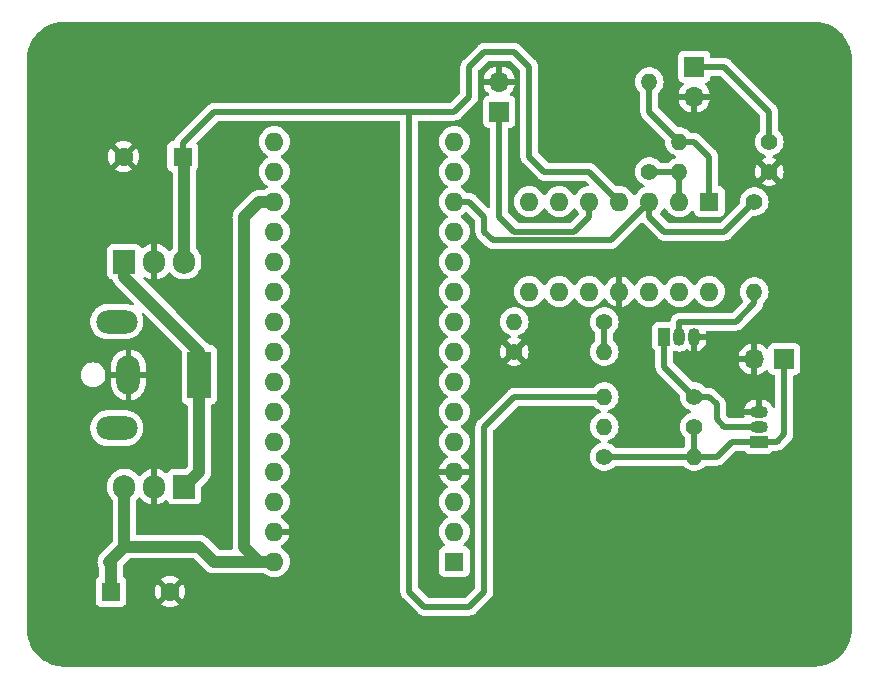
<source format=gbr>
%TF.GenerationSoftware,KiCad,Pcbnew,7.0.2*%
%TF.CreationDate,2024-03-01T12:34:03+01:00*%
%TF.ProjectId,piec_oszust,70696563-5f6f-4737-9a75-73742e6b6963,rev?*%
%TF.SameCoordinates,Original*%
%TF.FileFunction,Copper,L1,Top*%
%TF.FilePolarity,Positive*%
%FSLAX46Y46*%
G04 Gerber Fmt 4.6, Leading zero omitted, Abs format (unit mm)*
G04 Created by KiCad (PCBNEW 7.0.2) date 2024-03-01 12:34:03*
%MOMM*%
%LPD*%
G01*
G04 APERTURE LIST*
%TA.AperFunction,ComponentPad*%
%ADD10R,1.600000X1.600000*%
%TD*%
%TA.AperFunction,ComponentPad*%
%ADD11O,1.600000X1.600000*%
%TD*%
%TA.AperFunction,ComponentPad*%
%ADD12C,1.400000*%
%TD*%
%TA.AperFunction,ComponentPad*%
%ADD13O,1.400000X1.400000*%
%TD*%
%TA.AperFunction,ComponentPad*%
%ADD14R,1.700000X1.700000*%
%TD*%
%TA.AperFunction,ComponentPad*%
%ADD15O,1.700000X1.700000*%
%TD*%
%TA.AperFunction,ComponentPad*%
%ADD16R,1.905000X2.000000*%
%TD*%
%TA.AperFunction,ComponentPad*%
%ADD17O,1.905000X2.000000*%
%TD*%
%TA.AperFunction,ComponentPad*%
%ADD18C,1.600000*%
%TD*%
%TA.AperFunction,ComponentPad*%
%ADD19R,2.000000X4.000000*%
%TD*%
%TA.AperFunction,ComponentPad*%
%ADD20O,2.000000X3.300000*%
%TD*%
%TA.AperFunction,ComponentPad*%
%ADD21O,3.500000X2.000000*%
%TD*%
%TA.AperFunction,ComponentPad*%
%ADD22R,1.500000X1.050000*%
%TD*%
%TA.AperFunction,ComponentPad*%
%ADD23O,1.500000X1.050000*%
%TD*%
%TA.AperFunction,ComponentPad*%
%ADD24R,1.050000X1.500000*%
%TD*%
%TA.AperFunction,ComponentPad*%
%ADD25O,1.050000X1.500000*%
%TD*%
%TA.AperFunction,Conductor*%
%ADD26C,0.500000*%
%TD*%
%TA.AperFunction,Conductor*%
%ADD27C,1.000000*%
%TD*%
G04 APERTURE END LIST*
D10*
%TO.P,A1,1,D1/TX*%
%TO.N,unconnected-(A1-D1{slash}TX-Pad1)*%
X67310000Y-91440000D03*
D11*
%TO.P,A1,2,D0/RX*%
%TO.N,unconnected-(A1-D0{slash}RX-Pad2)*%
X67310000Y-88900000D03*
%TO.P,A1,3,~{RESET}*%
%TO.N,unconnected-(A1-~{RESET}-Pad3)*%
X67310000Y-86360000D03*
%TO.P,A1,4,GND*%
%TO.N,GND*%
X67310000Y-83820000D03*
%TO.P,A1,5,D2*%
%TO.N,unconnected-(A1-D2-Pad5)*%
X67310000Y-81280000D03*
%TO.P,A1,6,D3*%
%TO.N,unconnected-(A1-D3-Pad6)*%
X67310000Y-78740000D03*
%TO.P,A1,7,D4*%
%TO.N,unconnected-(A1-D4-Pad7)*%
X67310000Y-76200000D03*
%TO.P,A1,8,D5*%
%TO.N,unconnected-(A1-D5-Pad8)*%
X67310000Y-73660000D03*
%TO.P,A1,9,D6*%
%TO.N,unconnected-(A1-D6-Pad9)*%
X67310000Y-71120000D03*
%TO.P,A1,10,D7*%
%TO.N,unconnected-(A1-D7-Pad10)*%
X67310000Y-68580000D03*
%TO.P,A1,11,D8*%
%TO.N,unconnected-(A1-D8-Pad11)*%
X67310000Y-66040000D03*
%TO.P,A1,12,D9*%
%TO.N,unconnected-(A1-D9-Pad12)*%
X67310000Y-63500000D03*
%TO.P,A1,13,D10*%
%TO.N,D10*%
X67310000Y-60960000D03*
%TO.P,A1,14,D11*%
%TO.N,unconnected-(A1-D11-Pad14)*%
X67310000Y-58420000D03*
%TO.P,A1,15,D12*%
%TO.N,unconnected-(A1-D12-Pad15)*%
X67310000Y-55880000D03*
%TO.P,A1,16,D13*%
%TO.N,unconnected-(A1-D13-Pad16)*%
X52070000Y-55880000D03*
%TO.P,A1,17,3V3*%
%TO.N,unconnected-(A1-3V3-Pad17)*%
X52070000Y-58420000D03*
%TO.P,A1,18,AREF*%
%TO.N,+5V*%
X52070000Y-60960000D03*
%TO.P,A1,19,A0*%
%TO.N,unconnected-(A1-A0-Pad19)*%
X52070000Y-63500000D03*
%TO.P,A1,20,A1*%
%TO.N,unconnected-(A1-A1-Pad20)*%
X52070000Y-66040000D03*
%TO.P,A1,21,A2*%
%TO.N,unconnected-(A1-A2-Pad21)*%
X52070000Y-68580000D03*
%TO.P,A1,22,A3*%
%TO.N,unconnected-(A1-A3-Pad22)*%
X52070000Y-71120000D03*
%TO.P,A1,23,A4*%
%TO.N,unconnected-(A1-A4-Pad23)*%
X52070000Y-73660000D03*
%TO.P,A1,24,A5*%
%TO.N,unconnected-(A1-A5-Pad24)*%
X52070000Y-76200000D03*
%TO.P,A1,25,A6*%
%TO.N,unconnected-(A1-A6-Pad25)*%
X52070000Y-78740000D03*
%TO.P,A1,26,A7*%
%TO.N,unconnected-(A1-A7-Pad26)*%
X52070000Y-81280000D03*
%TO.P,A1,27,+5V*%
%TO.N,unconnected-(A1-+5V-Pad27)*%
X52070000Y-83820000D03*
%TO.P,A1,28,~{RESET}*%
%TO.N,unconnected-(A1-~{RESET}-Pad28)*%
X52070000Y-86360000D03*
%TO.P,A1,29,GND*%
%TO.N,GND*%
X52070000Y-88900000D03*
%TO.P,A1,30,VIN*%
%TO.N,+5V*%
X52070000Y-91440000D03*
%TD*%
D12*
%TO.P,R1,1*%
%TO.N,D10*%
X92710000Y-60960000D03*
D13*
%TO.P,R1,2*%
%TO.N,Net-(Q1-B)*%
X92710000Y-68580000D03*
%TD*%
D14*
%TO.P,J3,1,Pin_1*%
%TO.N,Net-(J3-Pin_1)*%
X71120000Y-53340000D03*
D15*
%TO.P,J3,2,Pin_2*%
%TO.N,GND*%
X71120000Y-50800000D03*
%TD*%
D16*
%TO.P,U2,1,VI*%
%TO.N,+12V*%
X39370000Y-66040000D03*
D17*
%TO.P,U2,2,GND*%
%TO.N,GND*%
X41910000Y-66040000D03*
%TO.P,U2,3,VO*%
%TO.N,+8V*%
X44450000Y-66040000D03*
%TD*%
D14*
%TO.P,J2,1,Pin_1*%
%TO.N,PWM_OUT_100_1*%
X95250000Y-74295000D03*
D15*
%TO.P,J2,2,Pin_2*%
%TO.N,GND*%
X92710000Y-74295000D03*
%TD*%
D12*
%TO.P,R7,1*%
%TO.N,GND*%
X93980000Y-58420000D03*
D13*
%TO.P,R7,2*%
%TO.N,Net-(U3A--)*%
X86360000Y-58420000D03*
%TD*%
D14*
%TO.P,J4,1,Pin_1*%
%TO.N,PWM_OUT_100_2*%
X87630000Y-49530000D03*
D15*
%TO.P,J4,2,Pin_2*%
%TO.N,GND*%
X87630000Y-52070000D03*
%TD*%
D12*
%TO.P,R3,1*%
%TO.N,PWM_OUT_100_1*%
X87630000Y-80010000D03*
D13*
%TO.P,R3,2*%
%TO.N,+8V*%
X80010000Y-80010000D03*
%TD*%
D12*
%TO.P,R4,1*%
%TO.N,PWM_OUT_100_1*%
X80010000Y-82550000D03*
D13*
%TO.P,R4,2*%
X87630000Y-82550000D03*
%TD*%
D12*
%TO.P,R9,1*%
%TO.N,GND*%
X72390000Y-73660000D03*
D13*
%TO.P,R9,2*%
%TO.N,Net-(R8-Pad1)*%
X80010000Y-73660000D03*
%TD*%
D12*
%TO.P,R8,1*%
%TO.N,Net-(R8-Pad1)*%
X80010000Y-71120000D03*
D13*
%TO.P,R8,2*%
%TO.N,Net-(U3B--)*%
X72390000Y-71120000D03*
%TD*%
D10*
%TO.P,C1,1*%
%TO.N,+5V*%
X38237349Y-93980000D03*
D18*
%TO.P,C1,2*%
%TO.N,GND*%
X43237349Y-93980000D03*
%TD*%
D10*
%TO.P,U3,1*%
%TO.N,Net-(R5-Pad2)*%
X88900000Y-60960000D03*
D11*
%TO.P,U3,2,-*%
%TO.N,Net-(U3A--)*%
X86360000Y-60960000D03*
%TO.P,U3,3,+*%
%TO.N,D10*%
X83820000Y-60960000D03*
%TO.P,U3,4,V+*%
%TO.N,+8V*%
X81280000Y-60960000D03*
%TO.P,U3,5,+*%
%TO.N,Net-(J3-Pin_1)*%
X78740000Y-60960000D03*
%TO.P,U3,6,-*%
%TO.N,Net-(U3B--)*%
X76200000Y-60960000D03*
%TO.P,U3,7*%
X73660000Y-60960000D03*
%TO.P,U3,8*%
%TO.N,unconnected-(U3-Pad8)*%
X73660000Y-68580000D03*
%TO.P,U3,9,-*%
%TO.N,unconnected-(U3C---Pad9)*%
X76200000Y-68580000D03*
%TO.P,U3,10,+*%
%TO.N,unconnected-(U3C-+-Pad10)*%
X78740000Y-68580000D03*
%TO.P,U3,11,V-*%
%TO.N,GND*%
X81280000Y-68580000D03*
%TO.P,U3,12,+*%
%TO.N,unconnected-(U3D-+-Pad12)*%
X83820000Y-68580000D03*
%TO.P,U3,13,-*%
%TO.N,unconnected-(U3D---Pad13)*%
X86360000Y-68580000D03*
%TO.P,U3,14*%
%TO.N,unconnected-(U3-Pad14)*%
X88900000Y-68580000D03*
%TD*%
D12*
%TO.P,R2,1*%
%TO.N,Net-(Q1-C)*%
X87630000Y-77470000D03*
D13*
%TO.P,R2,2*%
%TO.N,+8V*%
X80010000Y-77470000D03*
%TD*%
D10*
%TO.P,C2,1*%
%TO.N,+8V*%
X44312651Y-57150000D03*
D18*
%TO.P,C2,2*%
%TO.N,GND*%
X39312651Y-57150000D03*
%TD*%
D19*
%TO.P,J1,1*%
%TO.N,+12V*%
X45720000Y-75620000D03*
D20*
%TO.P,J1,2*%
%TO.N,GND*%
X39720000Y-75620000D03*
D21*
%TO.P,J1,MP*%
%TO.N,N/C*%
X38720000Y-71120000D03*
X38720000Y-80120000D03*
%TD*%
D12*
%TO.P,R6,1*%
%TO.N,Net-(U3A--)*%
X83820000Y-58420000D03*
D13*
%TO.P,R6,2*%
%TO.N,Net-(R5-Pad2)*%
X83820000Y-50800000D03*
%TD*%
D16*
%TO.P,U1,1,VI*%
%TO.N,+12V*%
X44450000Y-85090000D03*
D17*
%TO.P,U1,2,GND*%
%TO.N,GND*%
X41910000Y-85090000D03*
%TO.P,U1,3,VO*%
%TO.N,+5V*%
X39370000Y-85090000D03*
%TD*%
D22*
%TO.P,Q2,1,C*%
%TO.N,PWM_OUT_100_1*%
X93070000Y-81280000D03*
D23*
%TO.P,Q2,2,B*%
%TO.N,Net-(Q1-C)*%
X93070000Y-80010000D03*
%TO.P,Q2,3,E*%
%TO.N,GND*%
X93070000Y-78740000D03*
%TD*%
D12*
%TO.P,R5,1*%
%TO.N,PWM_OUT_100_2*%
X93980000Y-55880000D03*
D13*
%TO.P,R5,2*%
%TO.N,Net-(R5-Pad2)*%
X86360000Y-55880000D03*
%TD*%
D24*
%TO.P,Q1,1,C*%
%TO.N,Net-(Q1-C)*%
X85090000Y-72390000D03*
D25*
%TO.P,Q1,2,B*%
%TO.N,Net-(Q1-B)*%
X86360000Y-72390000D03*
%TO.P,Q1,3,E*%
%TO.N,GND*%
X87630000Y-72390000D03*
%TD*%
D26*
%TO.N,Net-(U3A--)*%
X83820000Y-58420000D02*
X86360000Y-58420000D01*
X86360000Y-60960000D02*
X86360000Y-58420000D01*
%TO.N,Net-(Q1-C)*%
X89535000Y-79375000D02*
X90170000Y-80010000D01*
X89535000Y-78105000D02*
X89535000Y-79375000D01*
X88900000Y-77470000D02*
X89535000Y-78105000D01*
X87630000Y-77470000D02*
X88900000Y-77470000D01*
X90170000Y-80010000D02*
X93070000Y-80010000D01*
%TO.N,PWM_OUT_100_1*%
X80010000Y-82550000D02*
X87630000Y-82550000D01*
X87630000Y-80010000D02*
X87630000Y-82550000D01*
X89535000Y-82550000D02*
X87630000Y-82550000D01*
X90805000Y-81280000D02*
X89535000Y-82550000D01*
X93070000Y-81280000D02*
X90805000Y-81280000D01*
X94615000Y-81280000D02*
X93070000Y-81280000D01*
X95250000Y-80645000D02*
X94615000Y-81280000D01*
X95250000Y-74295000D02*
X95250000Y-80645000D01*
%TO.N,+8V*%
X63500000Y-93980000D02*
X63500000Y-53340000D01*
X67310000Y-53340000D02*
X63500000Y-53340000D01*
X64770000Y-95250000D02*
X63500000Y-93980000D01*
X69850000Y-93980000D02*
X68580000Y-95250000D01*
X69850000Y-80010000D02*
X69850000Y-93980000D01*
X72390000Y-77470000D02*
X69850000Y-80010000D01*
X63500000Y-53340000D02*
X46990000Y-53340000D01*
X80010000Y-77470000D02*
X72390000Y-77470000D01*
X68580000Y-95250000D02*
X64770000Y-95250000D01*
%TO.N,Net-(Q1-C)*%
X85090000Y-74930000D02*
X85090000Y-72390000D01*
X87630000Y-77470000D02*
X85090000Y-74930000D01*
%TO.N,Net-(Q1-B)*%
X86380000Y-71120000D02*
X86360000Y-71140000D01*
X86360000Y-71140000D02*
X86360000Y-72390000D01*
X91159949Y-71120000D02*
X86380000Y-71120000D01*
X92710000Y-68580000D02*
X92710000Y-69569949D01*
X92710000Y-69569949D02*
X91159949Y-71120000D01*
%TO.N,+8V*%
X44312651Y-56017349D02*
X44312651Y-57150000D01*
X46990000Y-53340000D02*
X44312651Y-56017349D01*
X68580000Y-52070000D02*
X67310000Y-53340000D01*
X68580000Y-49530000D02*
X68580000Y-52070000D01*
X69850000Y-48260000D02*
X68580000Y-49530000D01*
X72390000Y-48260000D02*
X69850000Y-48260000D01*
X73660000Y-49530000D02*
X72390000Y-48260000D01*
X73660000Y-57150000D02*
X73660000Y-49530000D01*
X74930000Y-58420000D02*
X73660000Y-57150000D01*
X78740000Y-58420000D02*
X74930000Y-58420000D01*
X81280000Y-60960000D02*
X78740000Y-58420000D01*
%TO.N,Net-(R5-Pad2)*%
X83820000Y-53340000D02*
X86360000Y-55880000D01*
X83820000Y-50800000D02*
X83820000Y-53340000D01*
%TO.N,PWM_OUT_100_2*%
X90170000Y-49530000D02*
X87630000Y-49530000D01*
X93980000Y-55880000D02*
X93980000Y-53340000D01*
X93980000Y-53340000D02*
X90170000Y-49530000D01*
%TO.N,Net-(R8-Pad1)*%
X80010000Y-71120000D02*
X80010000Y-73660000D01*
%TO.N,D10*%
X69850000Y-62230000D02*
X68580000Y-60960000D01*
X69850000Y-63500000D02*
X69850000Y-62230000D01*
X70550000Y-64200000D02*
X69850000Y-63500000D01*
X80580000Y-64200000D02*
X70550000Y-64200000D01*
X83820000Y-60960000D02*
X80580000Y-64200000D01*
X68580000Y-60960000D02*
X67310000Y-60960000D01*
X83820000Y-62230000D02*
X83820000Y-60960000D01*
X85090000Y-63500000D02*
X83820000Y-62230000D01*
X90170000Y-63500000D02*
X85090000Y-63500000D01*
X92710000Y-60960000D02*
X90170000Y-63500000D01*
%TO.N,Net-(R5-Pad2)*%
X88900000Y-57150000D02*
X88900000Y-60960000D01*
X87630000Y-55880000D02*
X88900000Y-57150000D01*
X86360000Y-55880000D02*
X87630000Y-55880000D01*
%TO.N,Net-(J3-Pin_1)*%
X78740000Y-62230000D02*
X78740000Y-60960000D01*
X77470000Y-63500000D02*
X78740000Y-62230000D01*
X72390000Y-63500000D02*
X77470000Y-63500000D01*
X71120000Y-53340000D02*
X71120000Y-62230000D01*
X71120000Y-62230000D02*
X72390000Y-63500000D01*
D27*
%TO.N,+8V*%
X44450000Y-57287349D02*
X44312651Y-57150000D01*
X44450000Y-66040000D02*
X44450000Y-57287349D01*
%TO.N,+5V*%
X50800000Y-91440000D02*
X46990000Y-91440000D01*
X49530000Y-62230000D02*
X49530000Y-90170000D01*
X52070000Y-91440000D02*
X50800000Y-91440000D01*
X50800000Y-60960000D02*
X49530000Y-62230000D01*
X52070000Y-60960000D02*
X50800000Y-60960000D01*
X49530000Y-90170000D02*
X50800000Y-91440000D01*
X38237349Y-93980000D02*
X38237349Y-91577349D01*
X45720000Y-90170000D02*
X39370000Y-90170000D01*
X46990000Y-91440000D02*
X45720000Y-90170000D01*
X39370000Y-90170000D02*
X38100000Y-91440000D01*
X38100000Y-91440000D02*
X38237349Y-91577349D01*
X39370000Y-85090000D02*
X39370000Y-90170000D01*
%TO.N,+12V*%
X45720000Y-83820000D02*
X44450000Y-85090000D01*
X45720000Y-75620000D02*
X45720000Y-83820000D01*
X39370000Y-67310000D02*
X39370000Y-66040000D01*
X45720000Y-73660000D02*
X39370000Y-67310000D01*
X45720000Y-75620000D02*
X45720000Y-73660000D01*
%TD*%
%TA.AperFunction,Conductor*%
%TO.N,GND*%
G36*
X97793243Y-45720669D02*
G01*
X97923351Y-45727488D01*
X98122889Y-45738694D01*
X98135282Y-45740021D01*
X98290720Y-45764640D01*
X98463019Y-45793914D01*
X98474333Y-45796385D01*
X98631701Y-45838552D01*
X98795191Y-45885653D01*
X98805222Y-45889017D01*
X98958216Y-45947746D01*
X98961155Y-45948919D01*
X99115378Y-46012801D01*
X99124206Y-46016870D01*
X99271092Y-46091712D01*
X99274745Y-46093651D01*
X99419948Y-46173902D01*
X99427485Y-46178425D01*
X99566257Y-46268545D01*
X99570385Y-46271349D01*
X99705245Y-46367037D01*
X99711494Y-46371775D01*
X99768242Y-46417729D01*
X99840292Y-46476075D01*
X99844882Y-46479981D01*
X99967970Y-46589978D01*
X99973025Y-46594757D01*
X100090241Y-46711973D01*
X100095020Y-46717028D01*
X100205017Y-46840116D01*
X100208923Y-46844706D01*
X100313211Y-46973489D01*
X100317969Y-46979764D01*
X100413635Y-47114593D01*
X100416468Y-47118764D01*
X100445277Y-47163125D01*
X100506568Y-47257505D01*
X100511101Y-47265059D01*
X100591338Y-47410237D01*
X100593295Y-47413923D01*
X100668125Y-47560786D01*
X100672201Y-47569628D01*
X100736064Y-47723806D01*
X100737267Y-47726821D01*
X100795969Y-47879744D01*
X100799359Y-47889855D01*
X100846456Y-48053334D01*
X100888614Y-48210669D01*
X100891083Y-48221976D01*
X100920358Y-48394272D01*
X100944974Y-48549694D01*
X100946305Y-48562132D01*
X100957517Y-48761757D01*
X100964330Y-48891756D01*
X100964500Y-48898245D01*
X100964500Y-97151753D01*
X100964330Y-97158243D01*
X100957517Y-97288241D01*
X100946306Y-97487863D01*
X100944974Y-97500307D01*
X100920358Y-97655727D01*
X100891084Y-97828017D01*
X100888612Y-97839333D01*
X100846456Y-97996664D01*
X100799358Y-98160151D01*
X100795972Y-98170247D01*
X100737267Y-98323177D01*
X100736064Y-98326192D01*
X100672201Y-98480370D01*
X100668125Y-98489212D01*
X100593295Y-98636075D01*
X100591338Y-98639761D01*
X100511101Y-98784939D01*
X100506568Y-98792493D01*
X100416484Y-98931211D01*
X100413618Y-98935431D01*
X100317974Y-99070228D01*
X100313211Y-99076509D01*
X100208923Y-99205292D01*
X100205017Y-99209882D01*
X100095020Y-99332970D01*
X100090241Y-99338025D01*
X99973025Y-99455241D01*
X99967970Y-99460020D01*
X99844882Y-99570017D01*
X99840292Y-99573923D01*
X99711509Y-99678211D01*
X99705228Y-99682974D01*
X99570431Y-99778618D01*
X99566211Y-99781484D01*
X99427493Y-99871568D01*
X99419939Y-99876101D01*
X99274761Y-99956338D01*
X99271075Y-99958295D01*
X99124212Y-100033125D01*
X99115370Y-100037201D01*
X98961192Y-100101064D01*
X98958177Y-100102267D01*
X98805254Y-100160969D01*
X98795143Y-100164359D01*
X98631665Y-100211456D01*
X98474328Y-100253614D01*
X98463022Y-100256083D01*
X98290727Y-100285358D01*
X98135304Y-100309974D01*
X98122866Y-100311305D01*
X97923242Y-100322517D01*
X97793243Y-100329330D01*
X97786754Y-100329500D01*
X34293246Y-100329500D01*
X34286756Y-100329330D01*
X34156758Y-100322517D01*
X33957135Y-100311306D01*
X33944691Y-100309974D01*
X33789272Y-100285358D01*
X33616981Y-100256084D01*
X33605665Y-100253612D01*
X33448335Y-100211456D01*
X33359186Y-100185773D01*
X33284829Y-100164352D01*
X33274751Y-100160972D01*
X33121821Y-100102267D01*
X33118806Y-100101064D01*
X32964628Y-100037201D01*
X32955786Y-100033125D01*
X32808923Y-99958295D01*
X32805237Y-99956338D01*
X32660059Y-99876101D01*
X32652505Y-99871568D01*
X32606387Y-99841619D01*
X32513764Y-99781468D01*
X32509593Y-99778635D01*
X32374764Y-99682969D01*
X32368489Y-99678211D01*
X32239706Y-99573923D01*
X32235116Y-99570017D01*
X32112028Y-99460020D01*
X32106973Y-99455241D01*
X31989757Y-99338025D01*
X31984978Y-99332970D01*
X31874981Y-99209882D01*
X31871075Y-99205292D01*
X31812729Y-99133242D01*
X31766775Y-99076494D01*
X31762037Y-99070245D01*
X31666349Y-98935385D01*
X31663545Y-98931257D01*
X31573425Y-98792485D01*
X31568897Y-98784939D01*
X31488660Y-98639761D01*
X31486703Y-98636075D01*
X31467621Y-98598625D01*
X31411870Y-98489206D01*
X31407797Y-98480370D01*
X31343919Y-98326155D01*
X31342746Y-98323216D01*
X31284022Y-98170235D01*
X31280642Y-98160151D01*
X31233552Y-97996701D01*
X31191380Y-97839315D01*
X31188915Y-97828022D01*
X31159641Y-97655727D01*
X31159120Y-97652439D01*
X31135022Y-97500290D01*
X31133694Y-97487875D01*
X31122488Y-97288351D01*
X31115670Y-97158243D01*
X31115500Y-97151755D01*
X31115500Y-80244335D01*
X36469500Y-80244335D01*
X36476210Y-80284548D01*
X36510429Y-80489615D01*
X36589534Y-80720040D01*
X36591172Y-80724810D01*
X36709526Y-80943509D01*
X36709529Y-80943514D01*
X36842945Y-81114926D01*
X36862262Y-81139744D01*
X37045215Y-81308164D01*
X37253393Y-81444173D01*
X37481119Y-81544063D01*
X37722179Y-81605108D01*
X37907933Y-81620500D01*
X37910503Y-81620500D01*
X39529497Y-81620500D01*
X39532067Y-81620500D01*
X39717821Y-81605108D01*
X39958881Y-81544063D01*
X40186607Y-81444173D01*
X40394785Y-81308164D01*
X40577738Y-81139744D01*
X40730474Y-80943509D01*
X40848828Y-80724810D01*
X40929571Y-80489614D01*
X40970500Y-80244335D01*
X40970500Y-79995665D01*
X40929571Y-79750386D01*
X40848828Y-79515190D01*
X40730474Y-79296491D01*
X40730471Y-79296487D01*
X40730470Y-79296485D01*
X40604118Y-79134149D01*
X40577738Y-79100256D01*
X40394785Y-78931836D01*
X40186607Y-78795827D01*
X40186604Y-78795825D01*
X40042722Y-78732713D01*
X39958881Y-78695937D01*
X39764331Y-78646670D01*
X39717822Y-78634892D01*
X39663948Y-78630428D01*
X39532067Y-78619500D01*
X37907933Y-78619500D01*
X37790111Y-78629262D01*
X37722177Y-78634892D01*
X37618272Y-78661205D01*
X37481119Y-78695937D01*
X37481116Y-78695938D01*
X37481117Y-78695938D01*
X37253395Y-78795825D01*
X37169890Y-78850382D01*
X37045215Y-78931836D01*
X36890390Y-79074363D01*
X36862259Y-79100259D01*
X36709529Y-79296485D01*
X36696626Y-79320328D01*
X36592329Y-79513053D01*
X36591170Y-79515194D01*
X36510429Y-79750384D01*
X36485861Y-79897618D01*
X36469500Y-79995665D01*
X36469500Y-80244335D01*
X31115500Y-80244335D01*
X31115500Y-75620000D01*
X35664417Y-75620000D01*
X35684699Y-75825932D01*
X35684700Y-75825934D01*
X35744768Y-76023954D01*
X35842315Y-76206450D01*
X35871765Y-76242335D01*
X35973589Y-76366410D01*
X36047041Y-76426689D01*
X36133550Y-76497685D01*
X36316046Y-76595232D01*
X36514066Y-76655300D01*
X36668392Y-76670500D01*
X36671442Y-76670500D01*
X36768558Y-76670500D01*
X36771608Y-76670500D01*
X36925934Y-76655300D01*
X37123954Y-76595232D01*
X37306450Y-76497685D01*
X37466410Y-76366410D01*
X37496724Y-76329472D01*
X38220000Y-76329472D01*
X38220211Y-76334587D01*
X38235387Y-76517737D01*
X38296413Y-76758721D01*
X38396266Y-76986365D01*
X38532233Y-77194477D01*
X38700596Y-77377368D01*
X38896766Y-77530053D01*
X39115393Y-77648368D01*
X39350508Y-77729083D01*
X39469999Y-77749023D01*
X39470000Y-77749022D01*
X39470000Y-76703686D01*
X39510156Y-76729493D01*
X39648111Y-76770000D01*
X39791889Y-76770000D01*
X39929844Y-76729493D01*
X39970000Y-76703686D01*
X39970000Y-77749023D01*
X40089491Y-77729083D01*
X40324606Y-77648368D01*
X40543233Y-77530053D01*
X40739403Y-77377368D01*
X40907766Y-77194477D01*
X41043733Y-76986365D01*
X41143586Y-76758721D01*
X41204612Y-76517737D01*
X41219788Y-76334587D01*
X41220000Y-76329472D01*
X41220000Y-75870000D01*
X40220000Y-75870000D01*
X40220000Y-75370000D01*
X41220000Y-75370000D01*
X41220000Y-74910527D01*
X41219788Y-74905412D01*
X41204612Y-74722262D01*
X41143586Y-74481278D01*
X41043733Y-74253634D01*
X40907766Y-74045522D01*
X40739403Y-73862631D01*
X40543233Y-73709946D01*
X40324606Y-73591631D01*
X40089493Y-73510916D01*
X39970000Y-73490976D01*
X39970000Y-74536313D01*
X39929844Y-74510507D01*
X39791889Y-74470000D01*
X39648111Y-74470000D01*
X39510156Y-74510507D01*
X39470000Y-74536313D01*
X39470000Y-73490976D01*
X39469999Y-73490976D01*
X39350506Y-73510916D01*
X39115393Y-73591631D01*
X38896766Y-73709946D01*
X38700596Y-73862631D01*
X38532233Y-74045522D01*
X38396266Y-74253634D01*
X38296413Y-74481278D01*
X38235387Y-74722262D01*
X38220211Y-74905412D01*
X38220000Y-74910527D01*
X38220000Y-75370000D01*
X39220000Y-75370000D01*
X39220000Y-75870000D01*
X38220000Y-75870000D01*
X38220000Y-76329472D01*
X37496724Y-76329472D01*
X37597685Y-76206450D01*
X37695232Y-76023954D01*
X37755300Y-75825934D01*
X37775583Y-75620000D01*
X37755300Y-75414066D01*
X37695232Y-75216046D01*
X37597685Y-75033550D01*
X37532047Y-74953570D01*
X37466410Y-74873589D01*
X37365244Y-74790566D01*
X37306450Y-74742315D01*
X37123954Y-74644768D01*
X37024943Y-74614734D01*
X36925932Y-74584699D01*
X36774641Y-74569798D01*
X36774626Y-74569797D01*
X36771608Y-74569500D01*
X36668392Y-74569500D01*
X36665374Y-74569797D01*
X36665358Y-74569798D01*
X36514067Y-74584699D01*
X36316043Y-74644769D01*
X36133551Y-74742314D01*
X35973589Y-74873589D01*
X35842314Y-75033551D01*
X35744769Y-75216043D01*
X35684699Y-75414067D01*
X35664417Y-75620000D01*
X31115500Y-75620000D01*
X31115500Y-71244335D01*
X36469500Y-71244335D01*
X36475861Y-71282454D01*
X36510429Y-71489615D01*
X36591170Y-71724805D01*
X36591172Y-71724810D01*
X36709526Y-71943509D01*
X36709529Y-71943514D01*
X36818194Y-72083126D01*
X36862262Y-72139744D01*
X37045215Y-72308164D01*
X37253393Y-72444173D01*
X37481119Y-72544063D01*
X37722179Y-72605108D01*
X37907933Y-72620500D01*
X37910503Y-72620500D01*
X39529497Y-72620500D01*
X39532067Y-72620500D01*
X39717821Y-72605108D01*
X39958881Y-72544063D01*
X40186607Y-72444173D01*
X40394785Y-72308164D01*
X40577738Y-72139744D01*
X40730474Y-71943509D01*
X40848828Y-71724810D01*
X40929571Y-71489614D01*
X40970500Y-71244335D01*
X40970500Y-70995665D01*
X40929571Y-70750386D01*
X40871373Y-70580860D01*
X40860049Y-70547875D01*
X40856899Y-70478076D01*
X40891985Y-70417655D01*
X40954168Y-70385794D01*
X41023704Y-70392610D01*
X41065009Y-70419929D01*
X41526647Y-70881567D01*
X44183181Y-73538101D01*
X44216666Y-73599424D01*
X44219500Y-73625782D01*
X44219500Y-77664560D01*
X44219500Y-77664578D01*
X44219501Y-77667872D01*
X44219853Y-77671152D01*
X44219854Y-77671159D01*
X44225909Y-77727484D01*
X44247610Y-77785666D01*
X44276204Y-77862331D01*
X44362454Y-77977546D01*
X44477669Y-78063796D01*
X44587306Y-78104688D01*
X44627110Y-78119534D01*
X44626542Y-78121055D01*
X44673302Y-78140421D01*
X44713153Y-78197812D01*
X44719500Y-78236976D01*
X44719500Y-83354216D01*
X44699815Y-83421255D01*
X44683181Y-83441897D01*
X44571897Y-83553181D01*
X44510574Y-83586666D01*
X44484216Y-83589500D01*
X43452939Y-83589500D01*
X43452920Y-83589500D01*
X43449628Y-83589501D01*
X43446348Y-83589853D01*
X43446340Y-83589854D01*
X43390015Y-83595909D01*
X43255169Y-83646204D01*
X43139954Y-83732454D01*
X43053703Y-83847670D01*
X43042090Y-83878806D01*
X43000218Y-83934738D01*
X42934753Y-83959154D01*
X42866480Y-83944301D01*
X42849747Y-83933324D01*
X42707164Y-83822347D01*
X42495460Y-83707780D01*
X42267792Y-83629619D01*
X42160000Y-83611633D01*
X42160000Y-84598316D01*
X42131181Y-84580791D01*
X41985596Y-84540000D01*
X41872378Y-84540000D01*
X41760217Y-84555416D01*
X41660000Y-84598946D01*
X41660000Y-83611633D01*
X41659999Y-83611633D01*
X41552207Y-83629619D01*
X41324539Y-83707780D01*
X41112835Y-83822348D01*
X40922873Y-83970201D01*
X40759846Y-84147294D01*
X40744106Y-84171387D01*
X40690959Y-84216743D01*
X40621728Y-84226166D01*
X40558392Y-84196663D01*
X40536490Y-84171387D01*
X40520551Y-84146990D01*
X40357463Y-83969829D01*
X40167439Y-83821928D01*
X39955664Y-83707321D01*
X39955660Y-83707319D01*
X39955659Y-83707319D01*
X39727915Y-83629134D01*
X39490399Y-83589500D01*
X39249601Y-83589500D01*
X39012084Y-83629134D01*
X38784340Y-83707319D01*
X38784336Y-83707320D01*
X38784336Y-83707321D01*
X38658059Y-83775659D01*
X38572559Y-83821929D01*
X38382536Y-83969829D01*
X38219448Y-84146991D01*
X38087745Y-84348577D01*
X37991017Y-84569093D01*
X37931905Y-84802522D01*
X37931904Y-84802524D01*
X37931905Y-84802524D01*
X37917000Y-84982400D01*
X37917000Y-85197600D01*
X37929175Y-85344532D01*
X37931905Y-85377477D01*
X37940181Y-85410156D01*
X37991017Y-85610905D01*
X38087745Y-85831422D01*
X38219449Y-86033010D01*
X38315982Y-86137873D01*
X38336730Y-86160411D01*
X38367652Y-86223066D01*
X38369500Y-86244394D01*
X38369500Y-89704216D01*
X38349815Y-89771255D01*
X38333181Y-89791897D01*
X37412702Y-90712376D01*
X37408151Y-90716703D01*
X37353788Y-90765820D01*
X37353787Y-90765821D01*
X37338040Y-90787266D01*
X37310441Y-90824850D01*
X37306597Y-90829815D01*
X37260300Y-90886594D01*
X37252841Y-90900874D01*
X37242885Y-90916847D01*
X37233352Y-90929828D01*
X37202769Y-90996390D01*
X37200003Y-91002028D01*
X37166090Y-91066951D01*
X37161657Y-91082443D01*
X37155121Y-91100092D01*
X37148395Y-91114730D01*
X37131836Y-91186082D01*
X37130262Y-91192157D01*
X37110113Y-91262578D01*
X37108890Y-91278640D01*
X37106039Y-91297246D01*
X37102396Y-91312944D01*
X37100540Y-91386183D01*
X37100222Y-91392454D01*
X37094662Y-91465479D01*
X37096697Y-91481459D01*
X37097650Y-91500253D01*
X37097242Y-91516361D01*
X37110165Y-91588466D01*
X37111116Y-91594673D01*
X37120370Y-91667330D01*
X37125581Y-91682577D01*
X37130299Y-91700796D01*
X37133141Y-91716650D01*
X37160305Y-91784655D01*
X37162485Y-91790542D01*
X37178965Y-91838752D01*
X37186184Y-91859872D01*
X37194353Y-91873749D01*
X37202645Y-91890653D01*
X37208621Y-91905614D01*
X37216384Y-91917392D01*
X37236841Y-91984200D01*
X37236849Y-91985631D01*
X37236849Y-92642820D01*
X37217164Y-92709859D01*
X37187161Y-92742085D01*
X37151483Y-92768794D01*
X37079803Y-92822453D01*
X36993553Y-92937668D01*
X36943259Y-93072515D01*
X36943258Y-93072517D01*
X36936849Y-93132127D01*
X36936849Y-93135448D01*
X36936849Y-93135449D01*
X36936849Y-94824560D01*
X36936849Y-94824578D01*
X36936850Y-94827872D01*
X36943258Y-94887483D01*
X36993553Y-95022331D01*
X37079803Y-95137546D01*
X37195018Y-95223796D01*
X37329866Y-95274091D01*
X37389476Y-95280500D01*
X39085221Y-95280499D01*
X39144832Y-95274091D01*
X39279680Y-95223796D01*
X39394895Y-95137546D01*
X39481145Y-95022331D01*
X39531440Y-94887483D01*
X39537849Y-94827873D01*
X39537848Y-93980000D01*
X41932382Y-93980000D01*
X41952207Y-94206602D01*
X42011082Y-94426326D01*
X42107215Y-94632484D01*
X42158321Y-94705471D01*
X42158323Y-94705472D01*
X42839395Y-94024399D01*
X42852184Y-94105148D01*
X42909708Y-94218045D01*
X42999304Y-94307641D01*
X43112201Y-94365165D01*
X43192948Y-94377953D01*
X42511875Y-95059025D01*
X42511875Y-95059026D01*
X42584864Y-95110133D01*
X42791022Y-95206266D01*
X43010746Y-95265141D01*
X43237349Y-95284966D01*
X43463951Y-95265141D01*
X43683675Y-95206266D01*
X43889829Y-95110134D01*
X43962821Y-95059025D01*
X43281750Y-94377953D01*
X43362497Y-94365165D01*
X43475394Y-94307641D01*
X43564990Y-94218045D01*
X43622514Y-94105148D01*
X43635302Y-94024400D01*
X44316374Y-94705472D01*
X44367483Y-94632480D01*
X44463615Y-94426326D01*
X44522490Y-94206602D01*
X44542315Y-93980000D01*
X44522490Y-93753397D01*
X44463615Y-93533673D01*
X44367482Y-93327515D01*
X44316374Y-93254526D01*
X43635302Y-93935598D01*
X43622514Y-93854852D01*
X43564990Y-93741955D01*
X43475394Y-93652359D01*
X43362497Y-93594835D01*
X43281748Y-93582045D01*
X43962821Y-92900973D01*
X43962820Y-92900972D01*
X43889833Y-92849866D01*
X43683675Y-92753733D01*
X43463951Y-92694858D01*
X43237349Y-92675033D01*
X43010746Y-92694858D01*
X42791021Y-92753733D01*
X42584865Y-92849865D01*
X42511875Y-92900973D01*
X43192947Y-93582046D01*
X43112201Y-93594835D01*
X42999304Y-93652359D01*
X42909708Y-93741955D01*
X42852184Y-93854852D01*
X42839395Y-93935599D01*
X42158322Y-93254526D01*
X42158322Y-93254527D01*
X42107214Y-93327516D01*
X42011082Y-93533672D01*
X41952207Y-93753397D01*
X41932382Y-93980000D01*
X39537848Y-93980000D01*
X39537848Y-93132128D01*
X39531440Y-93072517D01*
X39481145Y-92937669D01*
X39394895Y-92822454D01*
X39287537Y-92742085D01*
X39245667Y-92686153D01*
X39237849Y-92642820D01*
X39237849Y-91768433D01*
X39257534Y-91701394D01*
X39274168Y-91680752D01*
X39748101Y-91206819D01*
X39809424Y-91173334D01*
X39835782Y-91170500D01*
X45254217Y-91170500D01*
X45321256Y-91190185D01*
X45341898Y-91206819D01*
X46272432Y-92137352D01*
X46274625Y-92139601D01*
X46334942Y-92203054D01*
X46383362Y-92236755D01*
X46390871Y-92242416D01*
X46436593Y-92279698D01*
X46463562Y-92293785D01*
X46476982Y-92301916D01*
X46501949Y-92319294D01*
X46556163Y-92342559D01*
X46564673Y-92346601D01*
X46616951Y-92373909D01*
X46646200Y-92382277D01*
X46660970Y-92387535D01*
X46688942Y-92399540D01*
X46688945Y-92399540D01*
X46688946Y-92399541D01*
X46746726Y-92411414D01*
X46755869Y-92413657D01*
X46812582Y-92429886D01*
X46842920Y-92432196D01*
X46858448Y-92434373D01*
X46888259Y-92440500D01*
X46947244Y-92440500D01*
X46956659Y-92440858D01*
X46960806Y-92441173D01*
X47015476Y-92445337D01*
X47042278Y-92441923D01*
X47045652Y-92441494D01*
X47061317Y-92440500D01*
X50698259Y-92440500D01*
X50757244Y-92440500D01*
X50766659Y-92440858D01*
X50770806Y-92441173D01*
X50825476Y-92445337D01*
X50852278Y-92441923D01*
X50855652Y-92441494D01*
X50871317Y-92440500D01*
X51192412Y-92440500D01*
X51259451Y-92460185D01*
X51263523Y-92462917D01*
X51417266Y-92570568D01*
X51623504Y-92666739D01*
X51843308Y-92725635D01*
X51994436Y-92738857D01*
X52069999Y-92745468D01*
X52069999Y-92745467D01*
X52070000Y-92745468D01*
X52296692Y-92725635D01*
X52516496Y-92666739D01*
X52722734Y-92570568D01*
X52909139Y-92440047D01*
X53070047Y-92279139D01*
X53200568Y-92092734D01*
X53296739Y-91886496D01*
X53355635Y-91666692D01*
X53375468Y-91440000D01*
X53355635Y-91213308D01*
X53296739Y-90993504D01*
X53200568Y-90787266D01*
X53185553Y-90765821D01*
X53070046Y-90600859D01*
X52909140Y-90439953D01*
X52722736Y-90309433D01*
X52721951Y-90309067D01*
X52664132Y-90282105D01*
X52611695Y-90235933D01*
X52592543Y-90168739D01*
X52612759Y-90101858D01*
X52664135Y-90057342D01*
X52722479Y-90030135D01*
X52908819Y-89899658D01*
X53069658Y-89738819D01*
X53200134Y-89552480D01*
X53296266Y-89346326D01*
X53348872Y-89150000D01*
X52503686Y-89150000D01*
X52529493Y-89109844D01*
X52570000Y-88971889D01*
X52570000Y-88828111D01*
X52529493Y-88690156D01*
X52503686Y-88650000D01*
X53348872Y-88650000D01*
X53348871Y-88649999D01*
X53296266Y-88453673D01*
X53200134Y-88247519D01*
X53069658Y-88061180D01*
X52908819Y-87900341D01*
X52722482Y-87769866D01*
X52664133Y-87742657D01*
X52611694Y-87696484D01*
X52592543Y-87629290D01*
X52612759Y-87562409D01*
X52664134Y-87517893D01*
X52722734Y-87490568D01*
X52909139Y-87360047D01*
X53070047Y-87199139D01*
X53200568Y-87012734D01*
X53296739Y-86806496D01*
X53355635Y-86586692D01*
X53375468Y-86360000D01*
X53355635Y-86133308D01*
X53296739Y-85913504D01*
X53200568Y-85707266D01*
X53153469Y-85640000D01*
X53070046Y-85520859D01*
X52909140Y-85359953D01*
X52722733Y-85229431D01*
X52664725Y-85202382D01*
X52612285Y-85156210D01*
X52593133Y-85089017D01*
X52613348Y-85022135D01*
X52664725Y-84977618D01*
X52665317Y-84977342D01*
X52722734Y-84950568D01*
X52909139Y-84820047D01*
X53070047Y-84659139D01*
X53200568Y-84472734D01*
X53296739Y-84266496D01*
X53355635Y-84046692D01*
X53375468Y-83820000D01*
X53355635Y-83593308D01*
X53296739Y-83373504D01*
X53200568Y-83167266D01*
X53183376Y-83142712D01*
X53070046Y-82980859D01*
X52909140Y-82819953D01*
X52722733Y-82689431D01*
X52664725Y-82662382D01*
X52612285Y-82616210D01*
X52593133Y-82549017D01*
X52613348Y-82482135D01*
X52664725Y-82437618D01*
X52722734Y-82410568D01*
X52909139Y-82280047D01*
X53070047Y-82119139D01*
X53200568Y-81932734D01*
X53296739Y-81726496D01*
X53355635Y-81506692D01*
X53375468Y-81280000D01*
X53355635Y-81053308D01*
X53296739Y-80833504D01*
X53200568Y-80627266D01*
X53161585Y-80571591D01*
X53070046Y-80440859D01*
X52909140Y-80279953D01*
X52722733Y-80149431D01*
X52664725Y-80122382D01*
X52612285Y-80076210D01*
X52593133Y-80009017D01*
X52613348Y-79942135D01*
X52664725Y-79897618D01*
X52722734Y-79870568D01*
X52909139Y-79740047D01*
X53070047Y-79579139D01*
X53200568Y-79392734D01*
X53296739Y-79186496D01*
X53355635Y-78966692D01*
X53375468Y-78740000D01*
X53374830Y-78732713D01*
X53358779Y-78549245D01*
X53355635Y-78513308D01*
X53296739Y-78293504D01*
X53200568Y-78087266D01*
X53193821Y-78077629D01*
X53070046Y-77900859D01*
X52909140Y-77739953D01*
X52722733Y-77609431D01*
X52664725Y-77582382D01*
X52612285Y-77536210D01*
X52593133Y-77469017D01*
X52613348Y-77402135D01*
X52664725Y-77357618D01*
X52722734Y-77330568D01*
X52909139Y-77200047D01*
X53070047Y-77039139D01*
X53200568Y-76852734D01*
X53296739Y-76646496D01*
X53355635Y-76426692D01*
X53375468Y-76200000D01*
X53355635Y-75973308D01*
X53296739Y-75753504D01*
X53200568Y-75547266D01*
X53169255Y-75502545D01*
X53070046Y-75360859D01*
X52909140Y-75199953D01*
X52722733Y-75069431D01*
X52664725Y-75042382D01*
X52612285Y-74996210D01*
X52593133Y-74929017D01*
X52613348Y-74862135D01*
X52664725Y-74817618D01*
X52722734Y-74790568D01*
X52909139Y-74660047D01*
X53070047Y-74499139D01*
X53200568Y-74312734D01*
X53296739Y-74106496D01*
X53355635Y-73886692D01*
X53375468Y-73660000D01*
X53355635Y-73433308D01*
X53296739Y-73213504D01*
X53200568Y-73007266D01*
X53198765Y-73004690D01*
X53070046Y-72820859D01*
X52909140Y-72659953D01*
X52722733Y-72529431D01*
X52664725Y-72502382D01*
X52612285Y-72456210D01*
X52593133Y-72389017D01*
X52613348Y-72322135D01*
X52664725Y-72277618D01*
X52722734Y-72250568D01*
X52909139Y-72120047D01*
X53070047Y-71959139D01*
X53200568Y-71772734D01*
X53296739Y-71566496D01*
X53355635Y-71346692D01*
X53375468Y-71120000D01*
X53355635Y-70893308D01*
X53296739Y-70673504D01*
X53200568Y-70467266D01*
X53184812Y-70444763D01*
X53070046Y-70280859D01*
X52909140Y-70119953D01*
X52722733Y-69989431D01*
X52681727Y-69970310D01*
X52664724Y-69962381D01*
X52612285Y-69916210D01*
X52593133Y-69849017D01*
X52613348Y-69782135D01*
X52664725Y-69737618D01*
X52675881Y-69732416D01*
X52722734Y-69710568D01*
X52909139Y-69580047D01*
X53070047Y-69419139D01*
X53200568Y-69232734D01*
X53296739Y-69026496D01*
X53355635Y-68806692D01*
X53375468Y-68580000D01*
X53355635Y-68353308D01*
X53296739Y-68133504D01*
X53200568Y-67927266D01*
X53190966Y-67913552D01*
X53070046Y-67740859D01*
X52909140Y-67579953D01*
X52722733Y-67449431D01*
X52681727Y-67430310D01*
X52664724Y-67422381D01*
X52612285Y-67376210D01*
X52593133Y-67309017D01*
X52613348Y-67242135D01*
X52664725Y-67197618D01*
X52722734Y-67170568D01*
X52909139Y-67040047D01*
X53070047Y-66879139D01*
X53200568Y-66692734D01*
X53296739Y-66486496D01*
X53355635Y-66266692D01*
X53375468Y-66040000D01*
X53355635Y-65813308D01*
X53296739Y-65593504D01*
X53200568Y-65387266D01*
X53070047Y-65200861D01*
X53070046Y-65200859D01*
X52909140Y-65039953D01*
X52722736Y-64909433D01*
X52669085Y-64884415D01*
X52664722Y-64882380D01*
X52612284Y-64836208D01*
X52593133Y-64769014D01*
X52613349Y-64702133D01*
X52664721Y-64657619D01*
X52722734Y-64630568D01*
X52909139Y-64500047D01*
X53070047Y-64339139D01*
X53200568Y-64152734D01*
X53296739Y-63946496D01*
X53355635Y-63726692D01*
X53375468Y-63500000D01*
X53355635Y-63273308D01*
X53296739Y-63053504D01*
X53200568Y-62847266D01*
X53171488Y-62805734D01*
X53070046Y-62660859D01*
X52909140Y-62499953D01*
X52722733Y-62369431D01*
X52664725Y-62342382D01*
X52612285Y-62296210D01*
X52593133Y-62229017D01*
X52613348Y-62162135D01*
X52664725Y-62117618D01*
X52722734Y-62090568D01*
X52909139Y-61960047D01*
X53070047Y-61799139D01*
X53200568Y-61612734D01*
X53296739Y-61406496D01*
X53355635Y-61186692D01*
X53375468Y-60960000D01*
X53355635Y-60733308D01*
X53296739Y-60513504D01*
X53200568Y-60307266D01*
X53197560Y-60302969D01*
X53070046Y-60120859D01*
X52909140Y-59959953D01*
X52722733Y-59829431D01*
X52681727Y-59810310D01*
X52664724Y-59802381D01*
X52612285Y-59756210D01*
X52593133Y-59689017D01*
X52613348Y-59622135D01*
X52664725Y-59577618D01*
X52722734Y-59550568D01*
X52909139Y-59420047D01*
X53070047Y-59259139D01*
X53200568Y-59072734D01*
X53296739Y-58866496D01*
X53355635Y-58646692D01*
X53375468Y-58420000D01*
X53373175Y-58393796D01*
X53365677Y-58308090D01*
X53355635Y-58193308D01*
X53296739Y-57973504D01*
X53200568Y-57767266D01*
X53198765Y-57764690D01*
X53070046Y-57580859D01*
X52909140Y-57419953D01*
X52722733Y-57289431D01*
X52664725Y-57262382D01*
X52612285Y-57216210D01*
X52593133Y-57149017D01*
X52613348Y-57082135D01*
X52664725Y-57037618D01*
X52722734Y-57010568D01*
X52909139Y-56880047D01*
X53070047Y-56719139D01*
X53200568Y-56532734D01*
X53296739Y-56326496D01*
X53355635Y-56106692D01*
X53375468Y-55880000D01*
X53355635Y-55653308D01*
X53296739Y-55433504D01*
X53200568Y-55227266D01*
X53160443Y-55169960D01*
X53070046Y-55040859D01*
X52909140Y-54879953D01*
X52722735Y-54749432D01*
X52516497Y-54653261D01*
X52296689Y-54594364D01*
X52070000Y-54574531D01*
X51843310Y-54594364D01*
X51623502Y-54653261D01*
X51417264Y-54749432D01*
X51230859Y-54879953D01*
X51069953Y-55040859D01*
X50939432Y-55227264D01*
X50843261Y-55433502D01*
X50784364Y-55653310D01*
X50764531Y-55880000D01*
X50784364Y-56106689D01*
X50843261Y-56326497D01*
X50939432Y-56532735D01*
X51069953Y-56719140D01*
X51230859Y-56880046D01*
X51417263Y-57010566D01*
X51417266Y-57010568D01*
X51475275Y-57037618D01*
X51527714Y-57083791D01*
X51546865Y-57150985D01*
X51526649Y-57217866D01*
X51475275Y-57262381D01*
X51467743Y-57265894D01*
X51417263Y-57289433D01*
X51230859Y-57419953D01*
X51069953Y-57580859D01*
X50939432Y-57767264D01*
X50843261Y-57973502D01*
X50784364Y-58193310D01*
X50764531Y-58419999D01*
X50784364Y-58646689D01*
X50843261Y-58866497D01*
X50939432Y-59072735D01*
X51069953Y-59259140D01*
X51230859Y-59420046D01*
X51398814Y-59537648D01*
X51417266Y-59550568D01*
X51475273Y-59577617D01*
X51527713Y-59623789D01*
X51546865Y-59690982D01*
X51526650Y-59757864D01*
X51475276Y-59802380D01*
X51417266Y-59829431D01*
X51319501Y-59897887D01*
X51291250Y-59917669D01*
X51263535Y-59937075D01*
X51197329Y-59959402D01*
X51192412Y-59959500D01*
X50814239Y-59959500D01*
X50811097Y-59959460D01*
X50723635Y-59957243D01*
X50665589Y-59967646D01*
X50656264Y-59968954D01*
X50597562Y-59974925D01*
X50568528Y-59984034D01*
X50553288Y-59987775D01*
X50523345Y-59993142D01*
X50468568Y-60015021D01*
X50459698Y-60018179D01*
X50403410Y-60035841D01*
X50376809Y-60050605D01*
X50362639Y-60057335D01*
X50334385Y-60068622D01*
X50285121Y-60101087D01*
X50277070Y-60105964D01*
X50225498Y-60134590D01*
X50202414Y-60154407D01*
X50189887Y-60163853D01*
X50164481Y-60180598D01*
X50122775Y-60222303D01*
X50115868Y-60228704D01*
X50071103Y-60267135D01*
X50052480Y-60291193D01*
X50042108Y-60302969D01*
X48832645Y-61512433D01*
X48830398Y-61514624D01*
X48766948Y-61574940D01*
X48733244Y-61623362D01*
X48727573Y-61630882D01*
X48690301Y-61676593D01*
X48676210Y-61703566D01*
X48668082Y-61716983D01*
X48650705Y-61741950D01*
X48627439Y-61796165D01*
X48623399Y-61804671D01*
X48596090Y-61856952D01*
X48587720Y-61886201D01*
X48582459Y-61900978D01*
X48570460Y-61928942D01*
X48558587Y-61986713D01*
X48556342Y-61995860D01*
X48540113Y-62052580D01*
X48537802Y-62082925D01*
X48535622Y-62098466D01*
X48529499Y-62128258D01*
X48529499Y-62187245D01*
X48529141Y-62196656D01*
X48524663Y-62255476D01*
X48528506Y-62285651D01*
X48529500Y-62301317D01*
X48529500Y-90155721D01*
X48529460Y-90158863D01*
X48527242Y-90246362D01*
X48535713Y-90293624D01*
X48528164Y-90363085D01*
X48484260Y-90417438D01*
X48417941Y-90439426D01*
X48413658Y-90439500D01*
X47455783Y-90439500D01*
X47388744Y-90419815D01*
X47368102Y-90403181D01*
X46437567Y-89472647D01*
X46435374Y-89470398D01*
X46375059Y-89406946D01*
X46326642Y-89373247D01*
X46319119Y-89367575D01*
X46273405Y-89330300D01*
X46246440Y-89316215D01*
X46233019Y-89308084D01*
X46208049Y-89290705D01*
X46208048Y-89290704D01*
X46208046Y-89290703D01*
X46153845Y-89267443D01*
X46145336Y-89263402D01*
X46093053Y-89236092D01*
X46087126Y-89234396D01*
X46063798Y-89227721D01*
X46049020Y-89222459D01*
X46021058Y-89210460D01*
X45963272Y-89198583D01*
X45954128Y-89196338D01*
X45897421Y-89180113D01*
X45867075Y-89177802D01*
X45851534Y-89175622D01*
X45821742Y-89169500D01*
X45821741Y-89169500D01*
X45762758Y-89169500D01*
X45753344Y-89169142D01*
X45744198Y-89168445D01*
X45694524Y-89164663D01*
X45694523Y-89164663D01*
X45694522Y-89164663D01*
X45664349Y-89168506D01*
X45648683Y-89169500D01*
X40494500Y-89169500D01*
X40427461Y-89149815D01*
X40381706Y-89097011D01*
X40370500Y-89045500D01*
X40370500Y-86244394D01*
X40390185Y-86177355D01*
X40403270Y-86160411D01*
X40424018Y-86137873D01*
X40520551Y-86033010D01*
X40536490Y-86008612D01*
X40589634Y-85963257D01*
X40658865Y-85953833D01*
X40722201Y-85983334D01*
X40744107Y-86008614D01*
X40759846Y-86032704D01*
X40922873Y-86209798D01*
X41112835Y-86357651D01*
X41324539Y-86472219D01*
X41552208Y-86550379D01*
X41660000Y-86568366D01*
X41660000Y-85581683D01*
X41688819Y-85599209D01*
X41834404Y-85640000D01*
X41947622Y-85640000D01*
X42059783Y-85624584D01*
X42160000Y-85581053D01*
X42160000Y-86568365D01*
X42267791Y-86550379D01*
X42495460Y-86472219D01*
X42707164Y-86357651D01*
X42849746Y-86246675D01*
X42914740Y-86221032D01*
X42983280Y-86234598D01*
X43033605Y-86283066D01*
X43042089Y-86301190D01*
X43053704Y-86332331D01*
X43139954Y-86447546D01*
X43255169Y-86533796D01*
X43390017Y-86584091D01*
X43449627Y-86590500D01*
X45450372Y-86590499D01*
X45509983Y-86584091D01*
X45644831Y-86533796D01*
X45760046Y-86447546D01*
X45846296Y-86332331D01*
X45896591Y-86197483D01*
X45903000Y-86137873D01*
X45902999Y-85103280D01*
X45922683Y-85036242D01*
X45939313Y-85015605D01*
X46417390Y-84537528D01*
X46419560Y-84535412D01*
X46483053Y-84475059D01*
X46516759Y-84426630D01*
X46522428Y-84419113D01*
X46559698Y-84373407D01*
X46573783Y-84346439D01*
X46581918Y-84333015D01*
X46588373Y-84323740D01*
X46599295Y-84308049D01*
X46622568Y-84253815D01*
X46626588Y-84245350D01*
X46653909Y-84193049D01*
X46662275Y-84163808D01*
X46667539Y-84149019D01*
X46679540Y-84121058D01*
X46691417Y-84063256D01*
X46693652Y-84054148D01*
X46709886Y-83997418D01*
X46712196Y-83967078D01*
X46714376Y-83951540D01*
X46720500Y-83921742D01*
X46720500Y-83862755D01*
X46720858Y-83853339D01*
X46725337Y-83794524D01*
X46721493Y-83764347D01*
X46720499Y-83748677D01*
X46720499Y-80943509D01*
X46720499Y-78236972D01*
X46740184Y-78169937D01*
X46792988Y-78124182D01*
X46821117Y-78116465D01*
X46827481Y-78114091D01*
X46827483Y-78114091D01*
X46962331Y-78063796D01*
X47077546Y-77977546D01*
X47163796Y-77862331D01*
X47214091Y-77727483D01*
X47220500Y-77667873D01*
X47220499Y-73572128D01*
X47214091Y-73512517D01*
X47163796Y-73377669D01*
X47077546Y-73262454D01*
X46962331Y-73176204D01*
X46827483Y-73125909D01*
X46767873Y-73119500D01*
X46764551Y-73119500D01*
X46631573Y-73119500D01*
X46564534Y-73099815D01*
X46537490Y-73076274D01*
X46525586Y-73062407D01*
X46516146Y-73049888D01*
X46499402Y-73024481D01*
X46499400Y-73024479D01*
X46499399Y-73024477D01*
X46457693Y-72982772D01*
X46451287Y-72975860D01*
X46412864Y-72931102D01*
X46388804Y-72912478D01*
X46377026Y-72902105D01*
X43755780Y-70280859D01*
X40994840Y-67519920D01*
X40961356Y-67458598D01*
X40966340Y-67388906D01*
X41008212Y-67332973D01*
X41073676Y-67308556D01*
X41141539Y-67323185D01*
X41324539Y-67422219D01*
X41552208Y-67500379D01*
X41660000Y-67518366D01*
X41660000Y-66531683D01*
X41688819Y-66549209D01*
X41834404Y-66590000D01*
X41947622Y-66590000D01*
X42059783Y-66574584D01*
X42160000Y-66531053D01*
X42160000Y-67518365D01*
X42267791Y-67500379D01*
X42495460Y-67422219D01*
X42707164Y-67307651D01*
X42897122Y-67159801D01*
X43060155Y-66982700D01*
X43075892Y-66958614D01*
X43129038Y-66913257D01*
X43198269Y-66903833D01*
X43261605Y-66933334D01*
X43283509Y-66958613D01*
X43283510Y-66958614D01*
X43299449Y-66983010D01*
X43462537Y-67160171D01*
X43652561Y-67308072D01*
X43864336Y-67422679D01*
X44092087Y-67500866D01*
X44329601Y-67540500D01*
X44570399Y-67540500D01*
X44807913Y-67500866D01*
X45035664Y-67422679D01*
X45247439Y-67308072D01*
X45437463Y-67160171D01*
X45600551Y-66983010D01*
X45732255Y-66781422D01*
X45828983Y-66560905D01*
X45888095Y-66327476D01*
X45903000Y-66147600D01*
X45903000Y-65932400D01*
X45888095Y-65752524D01*
X45828983Y-65519095D01*
X45732255Y-65298578D01*
X45600551Y-65096990D01*
X45600550Y-65096989D01*
X45600549Y-65096987D01*
X45483270Y-64969587D01*
X45452348Y-64906933D01*
X45450500Y-64885605D01*
X45450500Y-58375129D01*
X45470185Y-58308090D01*
X45475225Y-58300828D01*
X45556447Y-58192331D01*
X45606742Y-58057483D01*
X45613151Y-57997873D01*
X45613150Y-56302128D01*
X45606742Y-56242517D01*
X45556447Y-56107669D01*
X45504068Y-56037700D01*
X45479652Y-55972239D01*
X45494503Y-55903966D01*
X45515652Y-55875714D01*
X47264547Y-54126819D01*
X47325871Y-54093334D01*
X47352229Y-54090500D01*
X62625500Y-54090500D01*
X62692539Y-54110185D01*
X62738294Y-54162989D01*
X62749500Y-54214500D01*
X62749500Y-93916294D01*
X62748191Y-93934264D01*
X62744711Y-93958023D01*
X62745836Y-93970888D01*
X62749028Y-94007368D01*
X62749500Y-94018175D01*
X62749500Y-94023709D01*
X62749916Y-94027272D01*
X62749917Y-94027282D01*
X62753098Y-94054496D01*
X62753464Y-94058082D01*
X62760109Y-94134041D01*
X62764329Y-94153071D01*
X62764758Y-94154251D01*
X62764759Y-94154255D01*
X62790413Y-94224742D01*
X62791582Y-94228107D01*
X62815580Y-94300524D01*
X62824075Y-94318072D01*
X62865979Y-94381784D01*
X62867889Y-94384782D01*
X62893515Y-94426326D01*
X62907952Y-94449732D01*
X62920253Y-94464830D01*
X62921168Y-94465693D01*
X62921170Y-94465696D01*
X62957000Y-94499500D01*
X62975709Y-94517151D01*
X62978296Y-94519664D01*
X64194267Y-95735634D01*
X64206048Y-95749266D01*
X64220390Y-95768530D01*
X64227253Y-95774289D01*
X64258339Y-95800373D01*
X64266314Y-95807681D01*
X64270223Y-95811590D01*
X64273055Y-95813829D01*
X64273065Y-95813838D01*
X64294542Y-95830819D01*
X64297298Y-95833063D01*
X64354786Y-95881302D01*
X64354788Y-95881303D01*
X64355757Y-95882116D01*
X64372177Y-95892576D01*
X64373321Y-95893109D01*
X64373323Y-95893111D01*
X64441357Y-95924835D01*
X64444456Y-95926335D01*
X64510667Y-95959588D01*
X64512704Y-95960611D01*
X64531084Y-95966998D01*
X64532321Y-95967253D01*
X64532327Y-95967256D01*
X64605862Y-95982439D01*
X64609209Y-95983181D01*
X64682279Y-96000500D01*
X64682281Y-96000500D01*
X64683505Y-96000790D01*
X64702876Y-96002769D01*
X64704140Y-96002732D01*
X64704144Y-96002733D01*
X64779110Y-96000552D01*
X64782716Y-96000500D01*
X68516294Y-96000500D01*
X68534264Y-96001809D01*
X68538320Y-96002402D01*
X68558023Y-96005289D01*
X68607368Y-96000972D01*
X68618176Y-96000500D01*
X68620100Y-96000500D01*
X68623709Y-96000500D01*
X68654550Y-95996894D01*
X68658031Y-95996539D01*
X68732797Y-95989999D01*
X68732797Y-95989998D01*
X68734052Y-95989889D01*
X68753062Y-95985674D01*
X68754250Y-95985241D01*
X68754255Y-95985241D01*
X68824820Y-95959557D01*
X68828095Y-95958419D01*
X68899334Y-95934814D01*
X68899336Y-95934812D01*
X68900536Y-95934415D01*
X68918063Y-95925929D01*
X68919112Y-95925238D01*
X68919117Y-95925237D01*
X68981806Y-95884005D01*
X68984798Y-95882099D01*
X69048656Y-95842712D01*
X69048656Y-95842711D01*
X69049729Y-95842050D01*
X69064824Y-95829753D01*
X69065692Y-95828832D01*
X69065696Y-95828830D01*
X69117185Y-95774253D01*
X69119631Y-95771735D01*
X70335638Y-94555727D01*
X70349256Y-94543957D01*
X70368530Y-94529610D01*
X70400372Y-94491661D01*
X70407686Y-94483681D01*
X70408267Y-94483099D01*
X70411590Y-94479777D01*
X70430837Y-94455433D01*
X70433031Y-94452738D01*
X70481302Y-94395214D01*
X70481303Y-94395210D01*
X70482119Y-94394239D01*
X70492575Y-94377825D01*
X70493109Y-94376679D01*
X70493111Y-94376677D01*
X70524816Y-94308682D01*
X70526369Y-94305475D01*
X70560040Y-94238433D01*
X70560040Y-94238429D01*
X70560610Y-94237296D01*
X70566999Y-94218917D01*
X70569542Y-94206602D01*
X70582431Y-94144171D01*
X70583186Y-94140767D01*
X70600500Y-94067721D01*
X70600500Y-94067717D01*
X70600790Y-94066494D01*
X70602769Y-94047123D01*
X70602732Y-94045859D01*
X70602733Y-94045856D01*
X70600552Y-93970888D01*
X70600500Y-93967283D01*
X70600500Y-80372229D01*
X70620185Y-80305190D01*
X70636819Y-80284548D01*
X72664548Y-78256819D01*
X72725871Y-78223334D01*
X72752229Y-78220500D01*
X79010653Y-78220500D01*
X79077692Y-78240185D01*
X79109607Y-78269773D01*
X79119019Y-78282236D01*
X79283437Y-78432124D01*
X79364811Y-78482508D01*
X79472599Y-78549247D01*
X79666522Y-78624373D01*
X79721924Y-78666946D01*
X79745514Y-78732713D01*
X79729803Y-78800793D01*
X79679779Y-78849572D01*
X79666526Y-78855624D01*
X79570776Y-78892719D01*
X79472596Y-78930754D01*
X79283437Y-79047875D01*
X79119019Y-79197762D01*
X78984941Y-79375311D01*
X78885769Y-79574473D01*
X78824885Y-79788462D01*
X78804357Y-80010000D01*
X78824885Y-80231537D01*
X78885769Y-80445526D01*
X78984941Y-80644688D01*
X79119019Y-80822237D01*
X79283437Y-80972124D01*
X79336620Y-81005053D01*
X79472599Y-81089247D01*
X79666522Y-81164373D01*
X79721924Y-81206946D01*
X79745514Y-81272713D01*
X79729803Y-81340793D01*
X79679779Y-81389572D01*
X79666526Y-81395624D01*
X79566783Y-81434266D01*
X79472596Y-81470754D01*
X79283437Y-81587875D01*
X79119019Y-81737762D01*
X78984941Y-81915311D01*
X78885769Y-82114473D01*
X78824885Y-82328462D01*
X78804357Y-82549999D01*
X78824885Y-82771537D01*
X78885769Y-82985526D01*
X78984941Y-83184688D01*
X79119019Y-83362237D01*
X79283437Y-83512124D01*
X79472595Y-83629245D01*
X79472597Y-83629245D01*
X79472599Y-83629247D01*
X79680060Y-83709618D01*
X79898757Y-83750500D01*
X79898759Y-83750500D01*
X80121241Y-83750500D01*
X80121243Y-83750500D01*
X80339940Y-83709618D01*
X80547401Y-83629247D01*
X80736562Y-83512124D01*
X80900981Y-83362236D01*
X80910392Y-83349773D01*
X80966503Y-83308137D01*
X81009347Y-83300500D01*
X86630653Y-83300500D01*
X86697692Y-83320185D01*
X86729607Y-83349773D01*
X86739019Y-83362236D01*
X86903437Y-83512124D01*
X87092595Y-83629245D01*
X87092597Y-83629245D01*
X87092599Y-83629247D01*
X87300060Y-83709618D01*
X87518757Y-83750500D01*
X87518759Y-83750500D01*
X87741241Y-83750500D01*
X87741243Y-83750500D01*
X87959940Y-83709618D01*
X88167401Y-83629247D01*
X88356562Y-83512124D01*
X88520981Y-83362236D01*
X88530392Y-83349773D01*
X88586503Y-83308137D01*
X88629347Y-83300500D01*
X89471294Y-83300500D01*
X89489264Y-83301809D01*
X89493320Y-83302402D01*
X89513023Y-83305289D01*
X89562368Y-83300972D01*
X89573176Y-83300500D01*
X89575100Y-83300500D01*
X89578709Y-83300500D01*
X89609550Y-83296894D01*
X89613031Y-83296539D01*
X89687797Y-83289999D01*
X89687797Y-83289998D01*
X89689052Y-83289889D01*
X89708062Y-83285674D01*
X89709250Y-83285241D01*
X89709255Y-83285241D01*
X89779820Y-83259557D01*
X89783095Y-83258419D01*
X89854334Y-83234814D01*
X89854336Y-83234812D01*
X89855536Y-83234415D01*
X89873063Y-83225929D01*
X89874112Y-83225238D01*
X89874117Y-83225237D01*
X89936806Y-83184005D01*
X89939798Y-83182099D01*
X90003656Y-83142712D01*
X90003656Y-83142711D01*
X90004729Y-83142050D01*
X90019824Y-83129753D01*
X90020692Y-83128832D01*
X90020696Y-83128830D01*
X90072185Y-83074253D01*
X90074631Y-83071735D01*
X91079548Y-82066818D01*
X91140871Y-82033334D01*
X91167229Y-82030500D01*
X91801535Y-82030500D01*
X91868574Y-82050185D01*
X91900800Y-82080187D01*
X91962454Y-82162546D01*
X92077669Y-82248796D01*
X92212517Y-82299091D01*
X92272127Y-82305500D01*
X93867872Y-82305499D01*
X93927483Y-82299091D01*
X94062331Y-82248796D01*
X94177546Y-82162546D01*
X94239199Y-82080188D01*
X94295132Y-82038318D01*
X94338465Y-82030500D01*
X94551294Y-82030500D01*
X94569264Y-82031809D01*
X94573320Y-82032402D01*
X94593023Y-82035289D01*
X94642368Y-82030972D01*
X94653176Y-82030500D01*
X94655100Y-82030500D01*
X94658709Y-82030500D01*
X94689550Y-82026894D01*
X94693031Y-82026539D01*
X94767797Y-82019999D01*
X94767797Y-82019998D01*
X94769052Y-82019889D01*
X94788062Y-82015674D01*
X94789250Y-82015241D01*
X94789255Y-82015241D01*
X94859820Y-81989557D01*
X94863095Y-81988419D01*
X94934334Y-81964814D01*
X94934336Y-81964812D01*
X94935536Y-81964415D01*
X94953063Y-81955929D01*
X94954112Y-81955238D01*
X94954117Y-81955237D01*
X95016806Y-81914005D01*
X95019798Y-81912099D01*
X95083656Y-81872712D01*
X95083656Y-81872711D01*
X95084729Y-81872050D01*
X95099824Y-81859753D01*
X95100692Y-81858832D01*
X95100696Y-81858830D01*
X95152186Y-81804252D01*
X95154632Y-81801734D01*
X95735641Y-81220724D01*
X95749260Y-81208954D01*
X95768530Y-81194610D01*
X95800372Y-81156661D01*
X95807686Y-81148681D01*
X95808264Y-81148102D01*
X95811591Y-81144776D01*
X95830853Y-81120413D01*
X95833076Y-81117686D01*
X95835392Y-81114926D01*
X95881302Y-81060214D01*
X95881303Y-81060211D01*
X95882115Y-81059244D01*
X95892573Y-81042828D01*
X95893107Y-81041680D01*
X95893111Y-81041677D01*
X95924845Y-80973621D01*
X95926371Y-80970470D01*
X95960040Y-80903433D01*
X95960040Y-80903431D01*
X95960609Y-80902299D01*
X95967002Y-80883906D01*
X95982431Y-80809184D01*
X95983212Y-80805660D01*
X96000791Y-80731493D01*
X96002770Y-80712120D01*
X96002733Y-80710858D01*
X96002734Y-80710855D01*
X96000552Y-80635868D01*
X96000500Y-80632262D01*
X96000500Y-75769499D01*
X96020185Y-75702460D01*
X96072989Y-75656705D01*
X96124500Y-75645499D01*
X96144561Y-75645499D01*
X96147872Y-75645499D01*
X96207483Y-75639091D01*
X96342331Y-75588796D01*
X96457546Y-75502546D01*
X96543796Y-75387331D01*
X96594091Y-75252483D01*
X96600500Y-75192873D01*
X96600499Y-73397128D01*
X96594091Y-73337517D01*
X96543796Y-73202669D01*
X96457546Y-73087454D01*
X96342331Y-73001204D01*
X96207483Y-72950909D01*
X96147873Y-72944500D01*
X96144550Y-72944500D01*
X94355439Y-72944500D01*
X94355420Y-72944500D01*
X94352128Y-72944501D01*
X94348848Y-72944853D01*
X94348840Y-72944854D01*
X94292515Y-72950909D01*
X94157669Y-73001204D01*
X94042454Y-73087454D01*
X93956204Y-73202669D01*
X93906997Y-73334599D01*
X93865125Y-73390532D01*
X93799661Y-73414949D01*
X93731388Y-73400097D01*
X93703134Y-73378946D01*
X93581081Y-73256893D01*
X93387576Y-73121399D01*
X93173492Y-73021569D01*
X92960000Y-72964364D01*
X92960000Y-73859498D01*
X92852315Y-73810320D01*
X92745763Y-73795000D01*
X92674237Y-73795000D01*
X92567685Y-73810320D01*
X92460000Y-73859498D01*
X92460000Y-72964364D01*
X92459999Y-72964364D01*
X92246507Y-73021569D01*
X92032421Y-73121400D01*
X91838921Y-73256890D01*
X91671890Y-73423921D01*
X91536400Y-73617421D01*
X91436569Y-73831507D01*
X91379364Y-74044999D01*
X91379364Y-74045000D01*
X92276314Y-74045000D01*
X92250507Y-74085156D01*
X92210000Y-74223111D01*
X92210000Y-74366889D01*
X92250507Y-74504844D01*
X92276314Y-74545000D01*
X91379364Y-74545000D01*
X91436569Y-74758492D01*
X91536399Y-74972576D01*
X91671893Y-75166081D01*
X91838918Y-75333106D01*
X92032423Y-75468600D01*
X92246509Y-75568430D01*
X92460000Y-75625634D01*
X92460000Y-74730501D01*
X92567685Y-74779680D01*
X92674237Y-74795000D01*
X92745763Y-74795000D01*
X92852315Y-74779680D01*
X92960000Y-74730501D01*
X92960000Y-75625633D01*
X93173490Y-75568430D01*
X93387576Y-75468600D01*
X93581077Y-75333109D01*
X93703133Y-75211053D01*
X93764456Y-75177568D01*
X93834148Y-75182552D01*
X93890082Y-75224423D01*
X93906996Y-75255399D01*
X93956204Y-75387331D01*
X94042454Y-75502546D01*
X94157669Y-75588796D01*
X94292517Y-75639091D01*
X94352127Y-75645500D01*
X94375497Y-75645499D01*
X94442535Y-75665181D01*
X94488292Y-75717983D01*
X94499500Y-75769499D01*
X94499500Y-78343745D01*
X94479815Y-78410784D01*
X94427011Y-78456539D01*
X94357853Y-78466483D01*
X94294297Y-78437458D01*
X94256840Y-78379741D01*
X94246560Y-78345853D01*
X94151379Y-78167784D01*
X94023292Y-78011707D01*
X93867215Y-77883620D01*
X93689151Y-77788442D01*
X93495932Y-77729829D01*
X93348395Y-77715298D01*
X93342311Y-77715000D01*
X93320000Y-77715000D01*
X93320000Y-78459382D01*
X93250948Y-78405637D01*
X93132576Y-78365000D01*
X93038927Y-78365000D01*
X92946554Y-78380414D01*
X92836486Y-78439981D01*
X92820000Y-78457889D01*
X92820000Y-77715000D01*
X92797689Y-77715000D01*
X92791604Y-77715298D01*
X92644067Y-77729829D01*
X92450848Y-77788442D01*
X92272784Y-77883620D01*
X92116707Y-78011707D01*
X91988620Y-78167784D01*
X91893441Y-78345849D01*
X91849715Y-78490000D01*
X92790440Y-78490000D01*
X92751722Y-78532059D01*
X92701449Y-78646670D01*
X92691114Y-78771395D01*
X92721837Y-78892719D01*
X92782575Y-78985685D01*
X92744839Y-78989403D01*
X92732685Y-78990000D01*
X91849715Y-78990000D01*
X91882933Y-79099504D01*
X91883556Y-79169371D01*
X91846308Y-79228484D01*
X91783014Y-79258075D01*
X91764272Y-79259500D01*
X90532229Y-79259500D01*
X90465190Y-79239815D01*
X90444553Y-79223185D01*
X90321817Y-79100449D01*
X90288334Y-79039128D01*
X90285500Y-79012770D01*
X90285500Y-78168705D01*
X90286809Y-78150735D01*
X90286961Y-78149691D01*
X90290289Y-78126977D01*
X90285972Y-78077629D01*
X90285500Y-78066823D01*
X90285500Y-78064901D01*
X90285500Y-78061291D01*
X90281903Y-78030520D01*
X90281536Y-78026929D01*
X90274889Y-77950949D01*
X90270672Y-77931930D01*
X90259363Y-77900859D01*
X90244591Y-77860273D01*
X90243408Y-77856868D01*
X90219814Y-77785666D01*
X90219812Y-77785663D01*
X90219415Y-77784464D01*
X90210929Y-77766936D01*
X90210237Y-77765884D01*
X90210237Y-77765883D01*
X90169001Y-77703188D01*
X90167086Y-77700181D01*
X90161754Y-77691537D01*
X90127712Y-77636345D01*
X90127711Y-77636344D01*
X90127047Y-77635267D01*
X90114748Y-77620169D01*
X90059275Y-77567833D01*
X90056688Y-77565320D01*
X89475729Y-76984361D01*
X89463946Y-76970727D01*
X89449611Y-76951471D01*
X89445846Y-76948312D01*
X89411652Y-76919619D01*
X89403689Y-76912321D01*
X89402329Y-76910961D01*
X89399777Y-76908409D01*
X89375444Y-76889169D01*
X89372647Y-76886890D01*
X89314251Y-76837890D01*
X89297821Y-76827422D01*
X89228691Y-76795186D01*
X89225447Y-76793615D01*
X89157306Y-76759394D01*
X89138903Y-76752997D01*
X89064211Y-76737574D01*
X89060692Y-76736794D01*
X88986490Y-76719208D01*
X88967121Y-76717229D01*
X88890869Y-76719448D01*
X88887263Y-76719500D01*
X88629347Y-76719500D01*
X88562308Y-76699815D01*
X88530393Y-76670227D01*
X88520980Y-76657763D01*
X88356562Y-76507875D01*
X88167404Y-76390754D01*
X88022420Y-76334587D01*
X87959940Y-76310382D01*
X87741243Y-76269500D01*
X87542229Y-76269500D01*
X87475190Y-76249815D01*
X87454548Y-76233181D01*
X85876819Y-74655451D01*
X85843334Y-74594128D01*
X85840500Y-74567770D01*
X85840500Y-73696250D01*
X85860185Y-73629211D01*
X85912989Y-73583456D01*
X85982147Y-73573512D01*
X86000488Y-73577588D01*
X86158967Y-73625662D01*
X86360000Y-73645462D01*
X86561033Y-73625662D01*
X86754341Y-73567023D01*
X86932494Y-73471798D01*
X86932495Y-73471797D01*
X86937077Y-73469348D01*
X87005479Y-73455106D01*
X87053984Y-73469348D01*
X87235850Y-73566558D01*
X87380000Y-73610285D01*
X87380000Y-72727314D01*
X87380597Y-72715160D01*
X87384629Y-72674220D01*
X87449052Y-72724363D01*
X87567424Y-72765000D01*
X87661073Y-72765000D01*
X87753446Y-72749586D01*
X87863514Y-72690019D01*
X87880000Y-72672110D01*
X87880000Y-73610285D01*
X88024150Y-73566558D01*
X88202215Y-73471379D01*
X88358292Y-73343292D01*
X88486379Y-73187215D01*
X88581557Y-73009151D01*
X88640170Y-72815932D01*
X88654701Y-72668395D01*
X88655000Y-72662311D01*
X88655000Y-72640000D01*
X87909560Y-72640000D01*
X87948278Y-72597941D01*
X87998551Y-72483330D01*
X88008886Y-72358605D01*
X87978163Y-72237281D01*
X87914606Y-72140000D01*
X88655000Y-72140000D01*
X88655000Y-72117688D01*
X88654701Y-72111602D01*
X88644365Y-72006653D01*
X88657384Y-71938007D01*
X88705449Y-71887297D01*
X88767768Y-71870500D01*
X91096243Y-71870500D01*
X91114213Y-71871809D01*
X91118269Y-71872402D01*
X91137972Y-71875289D01*
X91187317Y-71870972D01*
X91198125Y-71870500D01*
X91200049Y-71870500D01*
X91203658Y-71870500D01*
X91234499Y-71866894D01*
X91237980Y-71866539D01*
X91312746Y-71859999D01*
X91312746Y-71859998D01*
X91314001Y-71859889D01*
X91333011Y-71855674D01*
X91334199Y-71855241D01*
X91334204Y-71855241D01*
X91404769Y-71829557D01*
X91408044Y-71828419D01*
X91479283Y-71804814D01*
X91479285Y-71804812D01*
X91480485Y-71804415D01*
X91498012Y-71795929D01*
X91499061Y-71795238D01*
X91499066Y-71795237D01*
X91561755Y-71754005D01*
X91564747Y-71752099D01*
X91628605Y-71712712D01*
X91628605Y-71712711D01*
X91629678Y-71712050D01*
X91644773Y-71699753D01*
X91645641Y-71698832D01*
X91645645Y-71698830D01*
X91697134Y-71644253D01*
X91699580Y-71641735D01*
X93195638Y-70145676D01*
X93209256Y-70133906D01*
X93228530Y-70119559D01*
X93260372Y-70081610D01*
X93267686Y-70073630D01*
X93268267Y-70073048D01*
X93271590Y-70069726D01*
X93290837Y-70045382D01*
X93293031Y-70042687D01*
X93341302Y-69985163D01*
X93341303Y-69985159D01*
X93342119Y-69984188D01*
X93352575Y-69967774D01*
X93353109Y-69966628D01*
X93353111Y-69966626D01*
X93384816Y-69898631D01*
X93386369Y-69895424D01*
X93420040Y-69828382D01*
X93420040Y-69828378D01*
X93420610Y-69827245D01*
X93426999Y-69808866D01*
X93427438Y-69806739D01*
X93442431Y-69734120D01*
X93443186Y-69730716D01*
X93460500Y-69657670D01*
X93460500Y-69657666D01*
X93460790Y-69656443D01*
X93462769Y-69637074D01*
X93462732Y-69635808D01*
X93462733Y-69635805D01*
X93461056Y-69578194D01*
X93478783Y-69510614D01*
X93501461Y-69482959D01*
X93600981Y-69392236D01*
X93735058Y-69214689D01*
X93834229Y-69015528D01*
X93895115Y-68801536D01*
X93915643Y-68580000D01*
X93895115Y-68358464D01*
X93844338Y-68180000D01*
X93834230Y-68144473D01*
X93735058Y-67945311D01*
X93600980Y-67767762D01*
X93436562Y-67617875D01*
X93247404Y-67500754D01*
X93186174Y-67477033D01*
X93039940Y-67420382D01*
X92821243Y-67379500D01*
X92598757Y-67379500D01*
X92380060Y-67420382D01*
X92172595Y-67500754D01*
X91983437Y-67617875D01*
X91819019Y-67767762D01*
X91684941Y-67945311D01*
X91585769Y-68144473D01*
X91524885Y-68358462D01*
X91504357Y-68580000D01*
X91524885Y-68801537D01*
X91585769Y-69015526D01*
X91684941Y-69214688D01*
X91757144Y-69310300D01*
X91781836Y-69375662D01*
X91767271Y-69443996D01*
X91745871Y-69472708D01*
X90885400Y-70333181D01*
X90824077Y-70366666D01*
X90797719Y-70369500D01*
X86443706Y-70369500D01*
X86425736Y-70368191D01*
X86411853Y-70366157D01*
X86401977Y-70364711D01*
X86401976Y-70364711D01*
X86352634Y-70369028D01*
X86341827Y-70369500D01*
X86336291Y-70369500D01*
X86332717Y-70369917D01*
X86332711Y-70369918D01*
X86305487Y-70373099D01*
X86301906Y-70373465D01*
X86225952Y-70380111D01*
X86206926Y-70384329D01*
X86135245Y-70410417D01*
X86131842Y-70411600D01*
X86059474Y-70435580D01*
X86041927Y-70444076D01*
X85978236Y-70485965D01*
X85975196Y-70487902D01*
X85910279Y-70527943D01*
X85895169Y-70540252D01*
X85870406Y-70566499D01*
X85854268Y-70580860D01*
X85841470Y-70590388D01*
X85809633Y-70628329D01*
X85802350Y-70636280D01*
X85800965Y-70637665D01*
X85800951Y-70637680D01*
X85798409Y-70640223D01*
X85796178Y-70643043D01*
X85796172Y-70643051D01*
X85789112Y-70651979D01*
X85782052Y-70660147D01*
X85772681Y-70670081D01*
X85763004Y-70683900D01*
X85727894Y-70725743D01*
X85717418Y-70742187D01*
X85685192Y-70811294D01*
X85683622Y-70814536D01*
X85649393Y-70882692D01*
X85642996Y-70901098D01*
X85627573Y-70975788D01*
X85626793Y-70979305D01*
X85611439Y-71044094D01*
X85576826Y-71104788D01*
X85514894Y-71137133D01*
X85490781Y-71139500D01*
X84520439Y-71139500D01*
X84520420Y-71139500D01*
X84517128Y-71139501D01*
X84513848Y-71139853D01*
X84513840Y-71139854D01*
X84457515Y-71145909D01*
X84322669Y-71196204D01*
X84207454Y-71282454D01*
X84121204Y-71397668D01*
X84070909Y-71532516D01*
X84067256Y-71566497D01*
X84064500Y-71592127D01*
X84064500Y-71595448D01*
X84064500Y-71595449D01*
X84064500Y-73184560D01*
X84064500Y-73184578D01*
X84064501Y-73187872D01*
X84064853Y-73191152D01*
X84064854Y-73191159D01*
X84070909Y-73247484D01*
X84076493Y-73262454D01*
X84121204Y-73382331D01*
X84207454Y-73497546D01*
X84289811Y-73559199D01*
X84331682Y-73615132D01*
X84339500Y-73658465D01*
X84339500Y-74866294D01*
X84338191Y-74884264D01*
X84334711Y-74908023D01*
X84339028Y-74957368D01*
X84339500Y-74968175D01*
X84339500Y-74973709D01*
X84339916Y-74977272D01*
X84339917Y-74977282D01*
X84343098Y-75004496D01*
X84343464Y-75008082D01*
X84350109Y-75084041D01*
X84354329Y-75103071D01*
X84354758Y-75104251D01*
X84354759Y-75104255D01*
X84380413Y-75174742D01*
X84381582Y-75178107D01*
X84405580Y-75250524D01*
X84414075Y-75268072D01*
X84455979Y-75331784D01*
X84457889Y-75334782D01*
X84473976Y-75360861D01*
X84497952Y-75399732D01*
X84510253Y-75414830D01*
X84511168Y-75415693D01*
X84511170Y-75415696D01*
X84565709Y-75467151D01*
X84568296Y-75469664D01*
X85489386Y-76390754D01*
X86395431Y-77296798D01*
X86428916Y-77358121D01*
X86431221Y-77395919D01*
X86424357Y-77469999D01*
X86444885Y-77691537D01*
X86505769Y-77905526D01*
X86604941Y-78104688D01*
X86739019Y-78282237D01*
X86903437Y-78432124D01*
X86984811Y-78482508D01*
X87092599Y-78549247D01*
X87286522Y-78624373D01*
X87341924Y-78666946D01*
X87365514Y-78732713D01*
X87349803Y-78800793D01*
X87299779Y-78849572D01*
X87286526Y-78855624D01*
X87190776Y-78892719D01*
X87092596Y-78930754D01*
X86903437Y-79047875D01*
X86739019Y-79197762D01*
X86604941Y-79375311D01*
X86505769Y-79574473D01*
X86444885Y-79788462D01*
X86430492Y-79943791D01*
X86424357Y-80010000D01*
X86425537Y-80022735D01*
X86444885Y-80231537D01*
X86505769Y-80445526D01*
X86604941Y-80644688D01*
X86739019Y-80822237D01*
X86839038Y-80913415D01*
X86875319Y-80973126D01*
X86879500Y-81005052D01*
X86879500Y-81554947D01*
X86859815Y-81621986D01*
X86839038Y-81646584D01*
X86739019Y-81737763D01*
X86729607Y-81750227D01*
X86673497Y-81791863D01*
X86630653Y-81799500D01*
X81009347Y-81799500D01*
X80942308Y-81779815D01*
X80910393Y-81750227D01*
X80900980Y-81737763D01*
X80736562Y-81587875D01*
X80547404Y-81470754D01*
X80481113Y-81445073D01*
X80353475Y-81395625D01*
X80298076Y-81353054D01*
X80274485Y-81287287D01*
X80290196Y-81219207D01*
X80340220Y-81170428D01*
X80353466Y-81164377D01*
X80547401Y-81089247D01*
X80736562Y-80972124D01*
X80773979Y-80938014D01*
X80900980Y-80822237D01*
X80910837Y-80809184D01*
X81035058Y-80644689D01*
X81134229Y-80445528D01*
X81135558Y-80440859D01*
X81169698Y-80320867D01*
X81195115Y-80231536D01*
X81215643Y-80010000D01*
X81195115Y-79788464D01*
X81165545Y-79684536D01*
X81134230Y-79574473D01*
X81035058Y-79375311D01*
X80900980Y-79197762D01*
X80736562Y-79047875D01*
X80547404Y-78930754D01*
X80453217Y-78894266D01*
X80353475Y-78855625D01*
X80298076Y-78813054D01*
X80274485Y-78747287D01*
X80290196Y-78679207D01*
X80340220Y-78630428D01*
X80353466Y-78624377D01*
X80547401Y-78549247D01*
X80736562Y-78432124D01*
X80900981Y-78282236D01*
X81035058Y-78104689D01*
X81134229Y-77905528D01*
X81135558Y-77900859D01*
X81167543Y-77788442D01*
X81195115Y-77691536D01*
X81215643Y-77470000D01*
X81195115Y-77248464D01*
X81172227Y-77168021D01*
X81134230Y-77034473D01*
X81035058Y-76835311D01*
X80900980Y-76657762D01*
X80736562Y-76507875D01*
X80547404Y-76390754D01*
X80402420Y-76334587D01*
X80339940Y-76310382D01*
X80121243Y-76269500D01*
X79898757Y-76269500D01*
X79704769Y-76305763D01*
X79680060Y-76310382D01*
X79472595Y-76390754D01*
X79283437Y-76507875D01*
X79119019Y-76657763D01*
X79109607Y-76670227D01*
X79053497Y-76711863D01*
X79010653Y-76719500D01*
X72453706Y-76719500D01*
X72435736Y-76718191D01*
X72421853Y-76716157D01*
X72411977Y-76714711D01*
X72411976Y-76714711D01*
X72362634Y-76719028D01*
X72351827Y-76719500D01*
X72346291Y-76719500D01*
X72342730Y-76719916D01*
X72342715Y-76719917D01*
X72315484Y-76723100D01*
X72311900Y-76723466D01*
X72235950Y-76730111D01*
X72216922Y-76734329D01*
X72145270Y-76760407D01*
X72141869Y-76761589D01*
X72069480Y-76785578D01*
X72051927Y-76794076D01*
X71988236Y-76835965D01*
X71985198Y-76837901D01*
X71920277Y-76877947D01*
X71905163Y-76890258D01*
X71852831Y-76945726D01*
X71850319Y-76948312D01*
X69364358Y-79434272D01*
X69350727Y-79446053D01*
X69331468Y-79460391D01*
X69299635Y-79498328D01*
X69292338Y-79506292D01*
X69290972Y-79507657D01*
X69290950Y-79507681D01*
X69288409Y-79510223D01*
X69286173Y-79513050D01*
X69286171Y-79513053D01*
X69269176Y-79534546D01*
X69266902Y-79537337D01*
X69217894Y-79595744D01*
X69207418Y-79612187D01*
X69175192Y-79681294D01*
X69173622Y-79684536D01*
X69139393Y-79752692D01*
X69132996Y-79771098D01*
X69117573Y-79845788D01*
X69116793Y-79849305D01*
X69099208Y-79923506D01*
X69097229Y-79942879D01*
X69099448Y-80019129D01*
X69099500Y-80022735D01*
X69099500Y-93617770D01*
X69079815Y-93684809D01*
X69063181Y-93705451D01*
X68305451Y-94463181D01*
X68244128Y-94496666D01*
X68217770Y-94499500D01*
X65132230Y-94499500D01*
X65065191Y-94479815D01*
X65044549Y-94463181D01*
X64286819Y-93705451D01*
X64253334Y-93644128D01*
X64250500Y-93617770D01*
X64250500Y-54214500D01*
X64270185Y-54147461D01*
X64322989Y-54101706D01*
X64374500Y-54090500D01*
X67246294Y-54090500D01*
X67264264Y-54091809D01*
X67268320Y-54092402D01*
X67288023Y-54095289D01*
X67337368Y-54090972D01*
X67348176Y-54090500D01*
X67350100Y-54090500D01*
X67353709Y-54090500D01*
X67384550Y-54086894D01*
X67388031Y-54086539D01*
X67462797Y-54079999D01*
X67462797Y-54079998D01*
X67464052Y-54079889D01*
X67483062Y-54075674D01*
X67484250Y-54075241D01*
X67484255Y-54075241D01*
X67554820Y-54049557D01*
X67558095Y-54048419D01*
X67629334Y-54024814D01*
X67629336Y-54024812D01*
X67630536Y-54024415D01*
X67648063Y-54015929D01*
X67649112Y-54015238D01*
X67649117Y-54015237D01*
X67711806Y-53974005D01*
X67714798Y-53972099D01*
X67778656Y-53932712D01*
X67778656Y-53932711D01*
X67779729Y-53932050D01*
X67794824Y-53919753D01*
X67795692Y-53918832D01*
X67795696Y-53918830D01*
X67847185Y-53864253D01*
X67849631Y-53861735D01*
X69065638Y-52645727D01*
X69079256Y-52633957D01*
X69098530Y-52619610D01*
X69130372Y-52581661D01*
X69137686Y-52573681D01*
X69138267Y-52573099D01*
X69141590Y-52569777D01*
X69160837Y-52545433D01*
X69163031Y-52542738D01*
X69211302Y-52485214D01*
X69211303Y-52485210D01*
X69212119Y-52484239D01*
X69222575Y-52467825D01*
X69223109Y-52466679D01*
X69223111Y-52466677D01*
X69254816Y-52398682D01*
X69256369Y-52395475D01*
X69290040Y-52328433D01*
X69290040Y-52328429D01*
X69290610Y-52327296D01*
X69296999Y-52308917D01*
X69297256Y-52307673D01*
X69312431Y-52234171D01*
X69313186Y-52230767D01*
X69330500Y-52157721D01*
X69330500Y-52157717D01*
X69330790Y-52156494D01*
X69332769Y-52137123D01*
X69332732Y-52135859D01*
X69332733Y-52135856D01*
X69330552Y-52060888D01*
X69330500Y-52057283D01*
X69330500Y-49892228D01*
X69350185Y-49825189D01*
X69366814Y-49804552D01*
X70124547Y-49046819D01*
X70185871Y-49013334D01*
X70212229Y-49010500D01*
X72027770Y-49010500D01*
X72094809Y-49030185D01*
X72115451Y-49046819D01*
X72873181Y-49804548D01*
X72906666Y-49865871D01*
X72909500Y-49892229D01*
X72909500Y-57086294D01*
X72908191Y-57104264D01*
X72904711Y-57128023D01*
X72909028Y-57177368D01*
X72909500Y-57188175D01*
X72909500Y-57193709D01*
X72909916Y-57197272D01*
X72909917Y-57197282D01*
X72913098Y-57224496D01*
X72913464Y-57228082D01*
X72920109Y-57304041D01*
X72924329Y-57323071D01*
X72924758Y-57324251D01*
X72924759Y-57324255D01*
X72950413Y-57394742D01*
X72951582Y-57398107D01*
X72975580Y-57470524D01*
X72984075Y-57488072D01*
X73025979Y-57551784D01*
X73027889Y-57554782D01*
X73060569Y-57607763D01*
X73067952Y-57619732D01*
X73080253Y-57634830D01*
X73081168Y-57635693D01*
X73081170Y-57635696D01*
X73116691Y-57669208D01*
X73135709Y-57687151D01*
X73138296Y-57689664D01*
X74354267Y-58905634D01*
X74366048Y-58919266D01*
X74380389Y-58938529D01*
X74418339Y-58970373D01*
X74426314Y-58977681D01*
X74430223Y-58981590D01*
X74433055Y-58983829D01*
X74433065Y-58983838D01*
X74454542Y-59000819D01*
X74457298Y-59003063D01*
X74514786Y-59051302D01*
X74514788Y-59051303D01*
X74515757Y-59052116D01*
X74532177Y-59062576D01*
X74533321Y-59063109D01*
X74533323Y-59063111D01*
X74601357Y-59094835D01*
X74604456Y-59096335D01*
X74671567Y-59130040D01*
X74672704Y-59130611D01*
X74691084Y-59136998D01*
X74692321Y-59137253D01*
X74692327Y-59137256D01*
X74765862Y-59152439D01*
X74769209Y-59153181D01*
X74842279Y-59170500D01*
X74842281Y-59170500D01*
X74843505Y-59170790D01*
X74862876Y-59172769D01*
X74864140Y-59172732D01*
X74864144Y-59172733D01*
X74939110Y-59170552D01*
X74942716Y-59170500D01*
X78377770Y-59170500D01*
X78444809Y-59190185D01*
X78465451Y-59206819D01*
X78711199Y-59452567D01*
X78744684Y-59513890D01*
X78739700Y-59583582D01*
X78697828Y-59639515D01*
X78634326Y-59663776D01*
X78513310Y-59674364D01*
X78293502Y-59733261D01*
X78087264Y-59829432D01*
X77900859Y-59959953D01*
X77739953Y-60120859D01*
X77609433Y-60307263D01*
X77582382Y-60365275D01*
X77536209Y-60417714D01*
X77469015Y-60436865D01*
X77402134Y-60416649D01*
X77357618Y-60365275D01*
X77340185Y-60327890D01*
X77330568Y-60307266D01*
X77327559Y-60302969D01*
X77200046Y-60120859D01*
X77039140Y-59959953D01*
X76852735Y-59829432D01*
X76646497Y-59733261D01*
X76426689Y-59674364D01*
X76200000Y-59654531D01*
X75973310Y-59674364D01*
X75753502Y-59733261D01*
X75547264Y-59829432D01*
X75360859Y-59959953D01*
X75199953Y-60120859D01*
X75069431Y-60307266D01*
X75042380Y-60365276D01*
X74996207Y-60417714D01*
X74929013Y-60436865D01*
X74862132Y-60416648D01*
X74817617Y-60365273D01*
X74798982Y-60325311D01*
X74790568Y-60307266D01*
X74734511Y-60227207D01*
X74660046Y-60120859D01*
X74499140Y-59959953D01*
X74312735Y-59829432D01*
X74106497Y-59733261D01*
X73886689Y-59674364D01*
X73659999Y-59654531D01*
X73433310Y-59674364D01*
X73213502Y-59733261D01*
X73007264Y-59829432D01*
X72820859Y-59959953D01*
X72659953Y-60120859D01*
X72529432Y-60307264D01*
X72433261Y-60513502D01*
X72374364Y-60733310D01*
X72354531Y-60959999D01*
X72374364Y-61186689D01*
X72433261Y-61406497D01*
X72529432Y-61612735D01*
X72659953Y-61799140D01*
X72820859Y-61960046D01*
X73007264Y-62090567D01*
X73007265Y-62090567D01*
X73007266Y-62090568D01*
X73213504Y-62186739D01*
X73433308Y-62245635D01*
X73584435Y-62258856D01*
X73659999Y-62265468D01*
X73659999Y-62265467D01*
X73660000Y-62265468D01*
X73886692Y-62245635D01*
X74106496Y-62186739D01*
X74312734Y-62090568D01*
X74499139Y-61960047D01*
X74660047Y-61799139D01*
X74790568Y-61612734D01*
X74817618Y-61554724D01*
X74863790Y-61502285D01*
X74930983Y-61483133D01*
X74997865Y-61503348D01*
X75042382Y-61554725D01*
X75069431Y-61612733D01*
X75199953Y-61799140D01*
X75360859Y-61960046D01*
X75547264Y-62090567D01*
X75547265Y-62090567D01*
X75547266Y-62090568D01*
X75753504Y-62186739D01*
X75973308Y-62245635D01*
X76200000Y-62265468D01*
X76426692Y-62245635D01*
X76646496Y-62186739D01*
X76852734Y-62090568D01*
X77039139Y-61960047D01*
X77200047Y-61799139D01*
X77330568Y-61612734D01*
X77357618Y-61554724D01*
X77403790Y-61502285D01*
X77470983Y-61483133D01*
X77537865Y-61503348D01*
X77582382Y-61554725D01*
X77609431Y-61612733D01*
X77739950Y-61799136D01*
X77739952Y-61799138D01*
X77739953Y-61799139D01*
X77837042Y-61896228D01*
X77870526Y-61957549D01*
X77865542Y-62027241D01*
X77837041Y-62071589D01*
X77195451Y-62713181D01*
X77134128Y-62746666D01*
X77107770Y-62749500D01*
X72752230Y-62749500D01*
X72685191Y-62729815D01*
X72664549Y-62713181D01*
X71906819Y-61955451D01*
X71873334Y-61894128D01*
X71870500Y-61867770D01*
X71870500Y-54814499D01*
X71890185Y-54747460D01*
X71942989Y-54701705D01*
X71994500Y-54690499D01*
X72014561Y-54690499D01*
X72017872Y-54690499D01*
X72077483Y-54684091D01*
X72212331Y-54633796D01*
X72327546Y-54547546D01*
X72413796Y-54432331D01*
X72464091Y-54297483D01*
X72470500Y-54237873D01*
X72470499Y-52442128D01*
X72464091Y-52382517D01*
X72413796Y-52247669D01*
X72327546Y-52132454D01*
X72212331Y-52046204D01*
X72080399Y-51996996D01*
X72024467Y-51955125D01*
X72000050Y-51889661D01*
X72014902Y-51821388D01*
X72036053Y-51793133D01*
X72158109Y-51671077D01*
X72293600Y-51477576D01*
X72393430Y-51263492D01*
X72450636Y-51050000D01*
X71553686Y-51050000D01*
X71579493Y-51009844D01*
X71620000Y-50871889D01*
X71620000Y-50728111D01*
X71579493Y-50590156D01*
X71553686Y-50550000D01*
X72450636Y-50550000D01*
X72450635Y-50549999D01*
X72393430Y-50336507D01*
X72293599Y-50122421D01*
X72158109Y-49928921D01*
X71991081Y-49761893D01*
X71797576Y-49626399D01*
X71583492Y-49526569D01*
X71370000Y-49469364D01*
X71370000Y-50364498D01*
X71262315Y-50315320D01*
X71155763Y-50300000D01*
X71084237Y-50300000D01*
X70977685Y-50315320D01*
X70870000Y-50364498D01*
X70870000Y-49469364D01*
X70869999Y-49469364D01*
X70656507Y-49526569D01*
X70442421Y-49626400D01*
X70248921Y-49761890D01*
X70081890Y-49928921D01*
X69946400Y-50122421D01*
X69846569Y-50336507D01*
X69789364Y-50549999D01*
X69789364Y-50550000D01*
X70686314Y-50550000D01*
X70660507Y-50590156D01*
X70620000Y-50728111D01*
X70620000Y-50871889D01*
X70660507Y-51009844D01*
X70686314Y-51050000D01*
X69789364Y-51050000D01*
X69846569Y-51263492D01*
X69946399Y-51477576D01*
X70081893Y-51671081D01*
X70203946Y-51793134D01*
X70237431Y-51854457D01*
X70232447Y-51924149D01*
X70190575Y-51980082D01*
X70159599Y-51996997D01*
X70027669Y-52046204D01*
X69912454Y-52132454D01*
X69826204Y-52247668D01*
X69775909Y-52382516D01*
X69773944Y-52400798D01*
X69769500Y-52442127D01*
X69769500Y-52445448D01*
X69769500Y-52445449D01*
X69769500Y-54234560D01*
X69769500Y-54234578D01*
X69769501Y-54237872D01*
X69775909Y-54297483D01*
X69826204Y-54432331D01*
X69912454Y-54547546D01*
X70027669Y-54633796D01*
X70162517Y-54684091D01*
X70222127Y-54690500D01*
X70245497Y-54690499D01*
X70312535Y-54710181D01*
X70358292Y-54762983D01*
X70369500Y-54814499D01*
X70369500Y-61388770D01*
X70349815Y-61455809D01*
X70297011Y-61501564D01*
X70227853Y-61511508D01*
X70164297Y-61482483D01*
X70157819Y-61476451D01*
X69155729Y-60474361D01*
X69143946Y-60460727D01*
X69129611Y-60441471D01*
X69124122Y-60436865D01*
X69091652Y-60409619D01*
X69083689Y-60402321D01*
X69082329Y-60400961D01*
X69079777Y-60398409D01*
X69055444Y-60379169D01*
X69052647Y-60376890D01*
X68994251Y-60327890D01*
X68977821Y-60317422D01*
X68908691Y-60285186D01*
X68905447Y-60283615D01*
X68837306Y-60249394D01*
X68818903Y-60242997D01*
X68817673Y-60242743D01*
X68744206Y-60227572D01*
X68740692Y-60226794D01*
X68666490Y-60209208D01*
X68647121Y-60207229D01*
X68570869Y-60209448D01*
X68567263Y-60209500D01*
X68436663Y-60209500D01*
X68369624Y-60189815D01*
X68335088Y-60156623D01*
X68310046Y-60120859D01*
X68149140Y-59959953D01*
X67962733Y-59829431D01*
X67921727Y-59810310D01*
X67904724Y-59802381D01*
X67852285Y-59756210D01*
X67833133Y-59689017D01*
X67853348Y-59622135D01*
X67904725Y-59577618D01*
X67962734Y-59550568D01*
X68149139Y-59420047D01*
X68310047Y-59259139D01*
X68440568Y-59072734D01*
X68536739Y-58866496D01*
X68595635Y-58646692D01*
X68615468Y-58420000D01*
X68595635Y-58193308D01*
X68536739Y-57973504D01*
X68440568Y-57767266D01*
X68438765Y-57764690D01*
X68310046Y-57580859D01*
X68149140Y-57419953D01*
X67962733Y-57289431D01*
X67904725Y-57262382D01*
X67852285Y-57216210D01*
X67833133Y-57149017D01*
X67853348Y-57082135D01*
X67904725Y-57037618D01*
X67962734Y-57010568D01*
X68149139Y-56880047D01*
X68310047Y-56719139D01*
X68440568Y-56532734D01*
X68536739Y-56326496D01*
X68595635Y-56106692D01*
X68615468Y-55880000D01*
X68595635Y-55653308D01*
X68536739Y-55433504D01*
X68440568Y-55227266D01*
X68400443Y-55169960D01*
X68310046Y-55040859D01*
X68149140Y-54879953D01*
X67962735Y-54749432D01*
X67756497Y-54653261D01*
X67536689Y-54594364D01*
X67310000Y-54574531D01*
X67083310Y-54594364D01*
X66863502Y-54653261D01*
X66657264Y-54749432D01*
X66470859Y-54879953D01*
X66309953Y-55040859D01*
X66179432Y-55227264D01*
X66083261Y-55433502D01*
X66024364Y-55653310D01*
X66004531Y-55880000D01*
X66024364Y-56106689D01*
X66083261Y-56326497D01*
X66179432Y-56532735D01*
X66309953Y-56719140D01*
X66470859Y-56880046D01*
X66657263Y-57010566D01*
X66657266Y-57010568D01*
X66715275Y-57037618D01*
X66767714Y-57083791D01*
X66786865Y-57150985D01*
X66766649Y-57217866D01*
X66715275Y-57262381D01*
X66707743Y-57265894D01*
X66657263Y-57289433D01*
X66470859Y-57419953D01*
X66309953Y-57580859D01*
X66179432Y-57767264D01*
X66083261Y-57973502D01*
X66024364Y-58193310D01*
X66004531Y-58420000D01*
X66024364Y-58646689D01*
X66083261Y-58866497D01*
X66179432Y-59072735D01*
X66309953Y-59259140D01*
X66470859Y-59420046D01*
X66638814Y-59537648D01*
X66657266Y-59550568D01*
X66715273Y-59577617D01*
X66767713Y-59623789D01*
X66786865Y-59690982D01*
X66766650Y-59757864D01*
X66715276Y-59802380D01*
X66657266Y-59829431D01*
X66470859Y-59959953D01*
X66309953Y-60120859D01*
X66179432Y-60307264D01*
X66083261Y-60513502D01*
X66024364Y-60733310D01*
X66004531Y-60960000D01*
X66024364Y-61186689D01*
X66083261Y-61406497D01*
X66179432Y-61612735D01*
X66309953Y-61799140D01*
X66470859Y-61960046D01*
X66657263Y-62090566D01*
X66657266Y-62090568D01*
X66715275Y-62117618D01*
X66767714Y-62163791D01*
X66786865Y-62230985D01*
X66766649Y-62297866D01*
X66715275Y-62342382D01*
X66657263Y-62369433D01*
X66470859Y-62499953D01*
X66309953Y-62660859D01*
X66179432Y-62847264D01*
X66083261Y-63053502D01*
X66024364Y-63273310D01*
X66004531Y-63499999D01*
X66024364Y-63726689D01*
X66083261Y-63946497D01*
X66179432Y-64152735D01*
X66309953Y-64339140D01*
X66470859Y-64500046D01*
X66657263Y-64630566D01*
X66657266Y-64630568D01*
X66715275Y-64657618D01*
X66767714Y-64703791D01*
X66786865Y-64770985D01*
X66766649Y-64837866D01*
X66715275Y-64882381D01*
X66710915Y-64884415D01*
X66657263Y-64909433D01*
X66470859Y-65039953D01*
X66309953Y-65200859D01*
X66179432Y-65387264D01*
X66083261Y-65593502D01*
X66024364Y-65813310D01*
X66004531Y-66040000D01*
X66024364Y-66266689D01*
X66083261Y-66486497D01*
X66179432Y-66692735D01*
X66309953Y-66879140D01*
X66470859Y-67040046D01*
X66539164Y-67087873D01*
X66657266Y-67170568D01*
X66715275Y-67197618D01*
X66767714Y-67243791D01*
X66786865Y-67310985D01*
X66766649Y-67377866D01*
X66715275Y-67422381D01*
X66694576Y-67432033D01*
X66657263Y-67449433D01*
X66470859Y-67579953D01*
X66309953Y-67740859D01*
X66179432Y-67927264D01*
X66083261Y-68133502D01*
X66024364Y-68353310D01*
X66004531Y-68580000D01*
X66024364Y-68806689D01*
X66083261Y-69026497D01*
X66179432Y-69232735D01*
X66309953Y-69419140D01*
X66470859Y-69580046D01*
X66636372Y-69695938D01*
X66657266Y-69710568D01*
X66707930Y-69734193D01*
X66715275Y-69737618D01*
X66767714Y-69783791D01*
X66786865Y-69850985D01*
X66766649Y-69917866D01*
X66715275Y-69962381D01*
X66694576Y-69972033D01*
X66657263Y-69989433D01*
X66470859Y-70119953D01*
X66309953Y-70280859D01*
X66179432Y-70467264D01*
X66083261Y-70673502D01*
X66024364Y-70893310D01*
X66004531Y-71120000D01*
X66024364Y-71346689D01*
X66083261Y-71566497D01*
X66179432Y-71772735D01*
X66309953Y-71959140D01*
X66470859Y-72120046D01*
X66583968Y-72199245D01*
X66657266Y-72250568D01*
X66715275Y-72277618D01*
X66767714Y-72323791D01*
X66786865Y-72390985D01*
X66766649Y-72457866D01*
X66715275Y-72502381D01*
X66707743Y-72505894D01*
X66657263Y-72529433D01*
X66470859Y-72659953D01*
X66309953Y-72820859D01*
X66179432Y-73007264D01*
X66083261Y-73213502D01*
X66024364Y-73433310D01*
X66004531Y-73659999D01*
X66024364Y-73886689D01*
X66083261Y-74106497D01*
X66179432Y-74312735D01*
X66309953Y-74499140D01*
X66470859Y-74660046D01*
X66588353Y-74742315D01*
X66657266Y-74790568D01*
X66715273Y-74817617D01*
X66767713Y-74863789D01*
X66786865Y-74930982D01*
X66766650Y-74997864D01*
X66715276Y-75042380D01*
X66657266Y-75069431D01*
X66470859Y-75199953D01*
X66309953Y-75360859D01*
X66179432Y-75547264D01*
X66083261Y-75753502D01*
X66024364Y-75973310D01*
X66004531Y-76200000D01*
X66024364Y-76426689D01*
X66083261Y-76646497D01*
X66179432Y-76852735D01*
X66309953Y-77039140D01*
X66470859Y-77200046D01*
X66540005Y-77248462D01*
X66657266Y-77330568D01*
X66715275Y-77357618D01*
X66767714Y-77403791D01*
X66786865Y-77470985D01*
X66766649Y-77537866D01*
X66715275Y-77582382D01*
X66657263Y-77609433D01*
X66470859Y-77739953D01*
X66309953Y-77900859D01*
X66179432Y-78087264D01*
X66083261Y-78293502D01*
X66024364Y-78513310D01*
X66004531Y-78740000D01*
X66024364Y-78966689D01*
X66083261Y-79186497D01*
X66179432Y-79392735D01*
X66309953Y-79579140D01*
X66470859Y-79740046D01*
X66643167Y-79860696D01*
X66657266Y-79870568D01*
X66715275Y-79897618D01*
X66767714Y-79943791D01*
X66786865Y-80010985D01*
X66766649Y-80077866D01*
X66715275Y-80122382D01*
X66657263Y-80149433D01*
X66470859Y-80279953D01*
X66309953Y-80440859D01*
X66179432Y-80627264D01*
X66083261Y-80833502D01*
X66024364Y-81053310D01*
X66004531Y-81280000D01*
X66024364Y-81506689D01*
X66083261Y-81726497D01*
X66179432Y-81932735D01*
X66309953Y-82119140D01*
X66470859Y-82280046D01*
X66657264Y-82410567D01*
X66657265Y-82410567D01*
X66657266Y-82410568D01*
X66715865Y-82437893D01*
X66768304Y-82484065D01*
X66787456Y-82551259D01*
X66767240Y-82618140D01*
X66715866Y-82662656D01*
X66657522Y-82689863D01*
X66471180Y-82820341D01*
X66310341Y-82981180D01*
X66179865Y-83167519D01*
X66083733Y-83373673D01*
X66031128Y-83569999D01*
X66031128Y-83570000D01*
X66876314Y-83570000D01*
X66850507Y-83610156D01*
X66810000Y-83748111D01*
X66810000Y-83891889D01*
X66850507Y-84029844D01*
X66876314Y-84070000D01*
X66031128Y-84070000D01*
X66083733Y-84266326D01*
X66179865Y-84472480D01*
X66310341Y-84658819D01*
X66471180Y-84819658D01*
X66657519Y-84950134D01*
X66715865Y-84977342D01*
X66768304Y-85023514D01*
X66787456Y-85090708D01*
X66767240Y-85157589D01*
X66715866Y-85202105D01*
X66657267Y-85229430D01*
X66470859Y-85359953D01*
X66309953Y-85520859D01*
X66179432Y-85707264D01*
X66083261Y-85913502D01*
X66024364Y-86133310D01*
X66004531Y-86360000D01*
X66024364Y-86586689D01*
X66083261Y-86806497D01*
X66179432Y-87012735D01*
X66309953Y-87199140D01*
X66470859Y-87360046D01*
X66657263Y-87490566D01*
X66657266Y-87490568D01*
X66715275Y-87517618D01*
X66767714Y-87563791D01*
X66786865Y-87630985D01*
X66766649Y-87697866D01*
X66715275Y-87742382D01*
X66657263Y-87769433D01*
X66470859Y-87899953D01*
X66309953Y-88060859D01*
X66179432Y-88247264D01*
X66083261Y-88453502D01*
X66024364Y-88673310D01*
X66004531Y-88900000D01*
X66024364Y-89126689D01*
X66083261Y-89346497D01*
X66179432Y-89552735D01*
X66309953Y-89739140D01*
X66470858Y-89900045D01*
X66495461Y-89917272D01*
X66539087Y-89971849D01*
X66546281Y-90041347D01*
X66514759Y-90103702D01*
X66454530Y-90139117D01*
X66437594Y-90142138D01*
X66402515Y-90145909D01*
X66267669Y-90196204D01*
X66152454Y-90282454D01*
X66066204Y-90397668D01*
X66015910Y-90532515D01*
X66015909Y-90532517D01*
X66009500Y-90592127D01*
X66009500Y-90595448D01*
X66009500Y-90595449D01*
X66009500Y-92284560D01*
X66009500Y-92284578D01*
X66009501Y-92287872D01*
X66009853Y-92291152D01*
X66009854Y-92291159D01*
X66015909Y-92347484D01*
X66025765Y-92373909D01*
X66066204Y-92482331D01*
X66152454Y-92597546D01*
X66267669Y-92683796D01*
X66402517Y-92734091D01*
X66462127Y-92740500D01*
X68157872Y-92740499D01*
X68217483Y-92734091D01*
X68352331Y-92683796D01*
X68467546Y-92597546D01*
X68553796Y-92482331D01*
X68604091Y-92347483D01*
X68610500Y-92287873D01*
X68610499Y-90592128D01*
X68604091Y-90532517D01*
X68553796Y-90397669D01*
X68467546Y-90282454D01*
X68352331Y-90196204D01*
X68217483Y-90145909D01*
X68182403Y-90142137D01*
X68117854Y-90115400D01*
X68078006Y-90058008D01*
X68075512Y-89988182D01*
X68111164Y-89928093D01*
X68124530Y-89917278D01*
X68149139Y-89900047D01*
X68310047Y-89739139D01*
X68440568Y-89552734D01*
X68536739Y-89346496D01*
X68595635Y-89126692D01*
X68615468Y-88900000D01*
X68595635Y-88673308D01*
X68536739Y-88453504D01*
X68440568Y-88247266D01*
X68310271Y-88061180D01*
X68310046Y-88060859D01*
X68149140Y-87899953D01*
X67962733Y-87769431D01*
X67904725Y-87742382D01*
X67852285Y-87696210D01*
X67833133Y-87629017D01*
X67853348Y-87562135D01*
X67904725Y-87517618D01*
X67962734Y-87490568D01*
X68149139Y-87360047D01*
X68310047Y-87199139D01*
X68440568Y-87012734D01*
X68536739Y-86806496D01*
X68595635Y-86586692D01*
X68615468Y-86360000D01*
X68595635Y-86133308D01*
X68536739Y-85913504D01*
X68440568Y-85707266D01*
X68393469Y-85640000D01*
X68310046Y-85520859D01*
X68149140Y-85359953D01*
X67962736Y-85229433D01*
X67962730Y-85229430D01*
X67904132Y-85202105D01*
X67851695Y-85155933D01*
X67832543Y-85088739D01*
X67852759Y-85021858D01*
X67904135Y-84977342D01*
X67962479Y-84950135D01*
X68148819Y-84819658D01*
X68309658Y-84658819D01*
X68440134Y-84472480D01*
X68536266Y-84266326D01*
X68588872Y-84070000D01*
X67743686Y-84070000D01*
X67769493Y-84029844D01*
X67810000Y-83891889D01*
X67810000Y-83748111D01*
X67769493Y-83610156D01*
X67743686Y-83570000D01*
X68588872Y-83570000D01*
X68588871Y-83569999D01*
X68536266Y-83373673D01*
X68440134Y-83167519D01*
X68309658Y-82981180D01*
X68148819Y-82820341D01*
X67962482Y-82689866D01*
X67904133Y-82662657D01*
X67851694Y-82616484D01*
X67832543Y-82549290D01*
X67852759Y-82482409D01*
X67904134Y-82437893D01*
X67962734Y-82410568D01*
X68149139Y-82280047D01*
X68310047Y-82119139D01*
X68440568Y-81932734D01*
X68536739Y-81726496D01*
X68595635Y-81506692D01*
X68615468Y-81280000D01*
X68614830Y-81272713D01*
X68601971Y-81125733D01*
X68595635Y-81053308D01*
X68536739Y-80833504D01*
X68440568Y-80627266D01*
X68401585Y-80571591D01*
X68310046Y-80440859D01*
X68149140Y-80279953D01*
X67962733Y-80149431D01*
X67904725Y-80122382D01*
X67852285Y-80076210D01*
X67833133Y-80009017D01*
X67853348Y-79942135D01*
X67904725Y-79897618D01*
X67962734Y-79870568D01*
X68149139Y-79740047D01*
X68310047Y-79579139D01*
X68440568Y-79392734D01*
X68536739Y-79186496D01*
X68595635Y-78966692D01*
X68615468Y-78740000D01*
X68595635Y-78513308D01*
X68536739Y-78293504D01*
X68440568Y-78087266D01*
X68433821Y-78077629D01*
X68310046Y-77900859D01*
X68149140Y-77739953D01*
X67962733Y-77609431D01*
X67904725Y-77582382D01*
X67852285Y-77536210D01*
X67833133Y-77469017D01*
X67853348Y-77402135D01*
X67904725Y-77357618D01*
X67962734Y-77330568D01*
X68149139Y-77200047D01*
X68310047Y-77039139D01*
X68440568Y-76852734D01*
X68536739Y-76646496D01*
X68595635Y-76426692D01*
X68615468Y-76200000D01*
X68595635Y-75973308D01*
X68536739Y-75753504D01*
X68440568Y-75547266D01*
X68409255Y-75502545D01*
X68310046Y-75360859D01*
X68149140Y-75199953D01*
X67962733Y-75069431D01*
X67904725Y-75042382D01*
X67852285Y-74996210D01*
X67833133Y-74929017D01*
X67853348Y-74862135D01*
X67904725Y-74817618D01*
X67962734Y-74790568D01*
X68139379Y-74666881D01*
X71736672Y-74666881D01*
X71852816Y-74738795D01*
X72060198Y-74819135D01*
X72278806Y-74860000D01*
X72501194Y-74860000D01*
X72719801Y-74819135D01*
X72927180Y-74738797D01*
X73043326Y-74666880D01*
X73043326Y-74666879D01*
X72390001Y-74013553D01*
X72390000Y-74013553D01*
X71736672Y-74666879D01*
X71736672Y-74666881D01*
X68139379Y-74666881D01*
X68149139Y-74660047D01*
X68310047Y-74499139D01*
X68440568Y-74312734D01*
X68536739Y-74106496D01*
X68595635Y-73886692D01*
X68615468Y-73660000D01*
X71184859Y-73660000D01*
X71205378Y-73881445D01*
X71266238Y-74095347D01*
X71365367Y-74294425D01*
X71381137Y-74315308D01*
X71381138Y-74315308D01*
X72007145Y-73689302D01*
X72036372Y-73689302D01*
X72065047Y-73802538D01*
X72128936Y-73900327D01*
X72221115Y-73972072D01*
X72331595Y-74010000D01*
X72419005Y-74010000D01*
X72505216Y-73995614D01*
X72607947Y-73940019D01*
X72687060Y-73854079D01*
X72733982Y-73747108D01*
X72741200Y-73660000D01*
X72743553Y-73660000D01*
X73398861Y-74315308D01*
X73414632Y-74294424D01*
X73513761Y-74095347D01*
X73574621Y-73881445D01*
X73595140Y-73660000D01*
X78804357Y-73660000D01*
X78824885Y-73881537D01*
X78885769Y-74095526D01*
X78984941Y-74294688D01*
X79119019Y-74472237D01*
X79283437Y-74622124D01*
X79472595Y-74739245D01*
X79472597Y-74739245D01*
X79472599Y-74739247D01*
X79680060Y-74819618D01*
X79898757Y-74860500D01*
X79898759Y-74860500D01*
X80121241Y-74860500D01*
X80121243Y-74860500D01*
X80339940Y-74819618D01*
X80547401Y-74739247D01*
X80736562Y-74622124D01*
X80871470Y-74499139D01*
X80900980Y-74472237D01*
X80900981Y-74472236D01*
X81035058Y-74294689D01*
X81134229Y-74095528D01*
X81134281Y-74095347D01*
X81189768Y-73900327D01*
X81195115Y-73881536D01*
X81215643Y-73660000D01*
X81195115Y-73438464D01*
X81143453Y-73256890D01*
X81134230Y-73224473D01*
X81035058Y-73025311D01*
X80900980Y-72847762D01*
X80800962Y-72756584D01*
X80764680Y-72696873D01*
X80760500Y-72664947D01*
X80760500Y-72115052D01*
X80780185Y-72048013D01*
X80800962Y-72023415D01*
X80900980Y-71932237D01*
X80947245Y-71870972D01*
X81035058Y-71754689D01*
X81134229Y-71555528D01*
X81140777Y-71532517D01*
X81157116Y-71475085D01*
X81195115Y-71341536D01*
X81215643Y-71120000D01*
X81195115Y-70898464D01*
X81170313Y-70811294D01*
X81134230Y-70684473D01*
X81035058Y-70485311D01*
X80900980Y-70307762D01*
X80736562Y-70157875D01*
X80547404Y-70040754D01*
X80414929Y-69989433D01*
X80339940Y-69960382D01*
X80121243Y-69919500D01*
X79898757Y-69919500D01*
X79680060Y-69960381D01*
X79680060Y-69960382D01*
X79472595Y-70040754D01*
X79283437Y-70157875D01*
X79119019Y-70307762D01*
X78984941Y-70485311D01*
X78885769Y-70684473D01*
X78824885Y-70898462D01*
X78804357Y-71120000D01*
X78824885Y-71341537D01*
X78885769Y-71555526D01*
X78984941Y-71754688D01*
X79119019Y-71932237D01*
X79219038Y-72023415D01*
X79255319Y-72083126D01*
X79259500Y-72115052D01*
X79259500Y-72664947D01*
X79239815Y-72731986D01*
X79219038Y-72756584D01*
X79119019Y-72847762D01*
X78984941Y-73025311D01*
X78885769Y-73224473D01*
X78824885Y-73438462D01*
X78804357Y-73660000D01*
X73595140Y-73660000D01*
X73574621Y-73438554D01*
X73513762Y-73224654D01*
X73414630Y-73025572D01*
X73398860Y-73004690D01*
X72743553Y-73659999D01*
X72743553Y-73660000D01*
X72741200Y-73660000D01*
X72743628Y-73630698D01*
X72714953Y-73517462D01*
X72651064Y-73419673D01*
X72558885Y-73347928D01*
X72448405Y-73310000D01*
X72360995Y-73310000D01*
X72274784Y-73324386D01*
X72172053Y-73379981D01*
X72092940Y-73465921D01*
X72046018Y-73572892D01*
X72036372Y-73689302D01*
X72007145Y-73689302D01*
X72036447Y-73660000D01*
X71381138Y-73004691D01*
X71381137Y-73004691D01*
X71365368Y-73025574D01*
X71266237Y-73224654D01*
X71205378Y-73438554D01*
X71184859Y-73660000D01*
X68615468Y-73660000D01*
X68611118Y-73610285D01*
X68603163Y-73519358D01*
X68595635Y-73433308D01*
X68536739Y-73213504D01*
X68440568Y-73007266D01*
X68438765Y-73004690D01*
X68310046Y-72820859D01*
X68149140Y-72659953D01*
X67962733Y-72529431D01*
X67904725Y-72502382D01*
X67852285Y-72456210D01*
X67833133Y-72389017D01*
X67853348Y-72322135D01*
X67904725Y-72277618D01*
X67962734Y-72250568D01*
X68149139Y-72120047D01*
X68310047Y-71959139D01*
X68440568Y-71772734D01*
X68536739Y-71566496D01*
X68595635Y-71346692D01*
X68615468Y-71120000D01*
X68615468Y-71119999D01*
X71184357Y-71119999D01*
X71204885Y-71341537D01*
X71265769Y-71555526D01*
X71364941Y-71754688D01*
X71499019Y-71932237D01*
X71663437Y-72082124D01*
X71852595Y-72199245D01*
X71852597Y-72199245D01*
X71852599Y-72199247D01*
X72047217Y-72274642D01*
X72102615Y-72317213D01*
X72126206Y-72382980D01*
X72110495Y-72451060D01*
X72060471Y-72499839D01*
X72047214Y-72505893D01*
X71852826Y-72581199D01*
X71736671Y-72653119D01*
X72390000Y-73306447D01*
X72390001Y-73306447D01*
X73043327Y-72653119D01*
X72927178Y-72581202D01*
X72732785Y-72505894D01*
X72677384Y-72463321D01*
X72653793Y-72397554D01*
X72669504Y-72329474D01*
X72719528Y-72280695D01*
X72732765Y-72274649D01*
X72927401Y-72199247D01*
X73116562Y-72082124D01*
X73280981Y-71932236D01*
X73415058Y-71754689D01*
X73514229Y-71555528D01*
X73520777Y-71532517D01*
X73537116Y-71475085D01*
X73575115Y-71341536D01*
X73595643Y-71120000D01*
X73575115Y-70898464D01*
X73550313Y-70811294D01*
X73514230Y-70684473D01*
X73415058Y-70485311D01*
X73280980Y-70307762D01*
X73116562Y-70157875D01*
X72927404Y-70040754D01*
X72794929Y-69989433D01*
X72719940Y-69960382D01*
X72501243Y-69919500D01*
X72278757Y-69919500D01*
X72060059Y-69960381D01*
X72060060Y-69960382D01*
X71852595Y-70040754D01*
X71663437Y-70157875D01*
X71499019Y-70307762D01*
X71364941Y-70485311D01*
X71265769Y-70684473D01*
X71204885Y-70898462D01*
X71184357Y-71119999D01*
X68615468Y-71119999D01*
X68595635Y-70893308D01*
X68536739Y-70673504D01*
X68440568Y-70467266D01*
X68424812Y-70444763D01*
X68310046Y-70280859D01*
X68149140Y-70119953D01*
X67962733Y-69989431D01*
X67921727Y-69970310D01*
X67904724Y-69962381D01*
X67852285Y-69916210D01*
X67833133Y-69849017D01*
X67853348Y-69782135D01*
X67904725Y-69737618D01*
X67915881Y-69732416D01*
X67962734Y-69710568D01*
X68149139Y-69580047D01*
X68310047Y-69419139D01*
X68440568Y-69232734D01*
X68536739Y-69026496D01*
X68595635Y-68806692D01*
X68615468Y-68580000D01*
X72354531Y-68580000D01*
X72374364Y-68806689D01*
X72433261Y-69026497D01*
X72529432Y-69232735D01*
X72659953Y-69419140D01*
X72820859Y-69580046D01*
X73007264Y-69710567D01*
X73007265Y-69710567D01*
X73007266Y-69710568D01*
X73213504Y-69806739D01*
X73433308Y-69865635D01*
X73660000Y-69885468D01*
X73886692Y-69865635D01*
X74106496Y-69806739D01*
X74312734Y-69710568D01*
X74499139Y-69580047D01*
X74660047Y-69419139D01*
X74790568Y-69232734D01*
X74817618Y-69174724D01*
X74863790Y-69122285D01*
X74930983Y-69103133D01*
X74997865Y-69123348D01*
X75042382Y-69174725D01*
X75069431Y-69232733D01*
X75199953Y-69419140D01*
X75360859Y-69580046D01*
X75547264Y-69710567D01*
X75547265Y-69710567D01*
X75547266Y-69710568D01*
X75753504Y-69806739D01*
X75973308Y-69865635D01*
X76200000Y-69885468D01*
X76426692Y-69865635D01*
X76646496Y-69806739D01*
X76852734Y-69710568D01*
X77039139Y-69580047D01*
X77200047Y-69419139D01*
X77330568Y-69232734D01*
X77357618Y-69174724D01*
X77403790Y-69122285D01*
X77470983Y-69103133D01*
X77537865Y-69123348D01*
X77582382Y-69174725D01*
X77609431Y-69232733D01*
X77739953Y-69419140D01*
X77900859Y-69580046D01*
X78087264Y-69710567D01*
X78087265Y-69710567D01*
X78087266Y-69710568D01*
X78293504Y-69806739D01*
X78513308Y-69865635D01*
X78664436Y-69878856D01*
X78739999Y-69885468D01*
X78739999Y-69885467D01*
X78740000Y-69885468D01*
X78966692Y-69865635D01*
X79186496Y-69806739D01*
X79392734Y-69710568D01*
X79579139Y-69580047D01*
X79740047Y-69419139D01*
X79870568Y-69232734D01*
X79897893Y-69174134D01*
X79944065Y-69121695D01*
X80011258Y-69102543D01*
X80078139Y-69122758D01*
X80122657Y-69174133D01*
X80149866Y-69232482D01*
X80280341Y-69418819D01*
X80441180Y-69579658D01*
X80627519Y-69710134D01*
X80833673Y-69806266D01*
X81029999Y-69858871D01*
X81030000Y-69858871D01*
X81030000Y-68895686D01*
X81041955Y-68907641D01*
X81154852Y-68965165D01*
X81248519Y-68980000D01*
X81311481Y-68980000D01*
X81405148Y-68965165D01*
X81518045Y-68907641D01*
X81530000Y-68895686D01*
X81530000Y-69858871D01*
X81726326Y-69806266D01*
X81932480Y-69710134D01*
X82118819Y-69579658D01*
X82279658Y-69418819D01*
X82410135Y-69232479D01*
X82437342Y-69174135D01*
X82483514Y-69121695D01*
X82550707Y-69102543D01*
X82617589Y-69122758D01*
X82662105Y-69174132D01*
X82689432Y-69232733D01*
X82689433Y-69232736D01*
X82819953Y-69419140D01*
X82980859Y-69580046D01*
X83167264Y-69710567D01*
X83167265Y-69710567D01*
X83167266Y-69710568D01*
X83373504Y-69806739D01*
X83593308Y-69865635D01*
X83744436Y-69878856D01*
X83819999Y-69885468D01*
X83819999Y-69885467D01*
X83820000Y-69885468D01*
X84046692Y-69865635D01*
X84266496Y-69806739D01*
X84472734Y-69710568D01*
X84659139Y-69580047D01*
X84820047Y-69419139D01*
X84950568Y-69232734D01*
X84977618Y-69174724D01*
X85023790Y-69122285D01*
X85090983Y-69103133D01*
X85157865Y-69123348D01*
X85202382Y-69174725D01*
X85229431Y-69232733D01*
X85359953Y-69419140D01*
X85520859Y-69580046D01*
X85707264Y-69710567D01*
X85707265Y-69710567D01*
X85707266Y-69710568D01*
X85913504Y-69806739D01*
X86133308Y-69865635D01*
X86360000Y-69885468D01*
X86586692Y-69865635D01*
X86806496Y-69806739D01*
X87012734Y-69710568D01*
X87199139Y-69580047D01*
X87360047Y-69419139D01*
X87490568Y-69232734D01*
X87517618Y-69174724D01*
X87563790Y-69122285D01*
X87630983Y-69103133D01*
X87697865Y-69123348D01*
X87742382Y-69174725D01*
X87769431Y-69232733D01*
X87899953Y-69419140D01*
X88060859Y-69580046D01*
X88247264Y-69710567D01*
X88247265Y-69710567D01*
X88247266Y-69710568D01*
X88453504Y-69806739D01*
X88673308Y-69865635D01*
X88900000Y-69885468D01*
X89126692Y-69865635D01*
X89346496Y-69806739D01*
X89552734Y-69710568D01*
X89739139Y-69580047D01*
X89900047Y-69419139D01*
X90030568Y-69232734D01*
X90126739Y-69026496D01*
X90185635Y-68806692D01*
X90205468Y-68580000D01*
X90185635Y-68353308D01*
X90126739Y-68133504D01*
X90030568Y-67927266D01*
X90020966Y-67913552D01*
X89900046Y-67740859D01*
X89739140Y-67579953D01*
X89552735Y-67449432D01*
X89346497Y-67353261D01*
X89126689Y-67294364D01*
X88899999Y-67274531D01*
X88673310Y-67294364D01*
X88453502Y-67353261D01*
X88247264Y-67449432D01*
X88060859Y-67579953D01*
X87899953Y-67740859D01*
X87769433Y-67927263D01*
X87742382Y-67985275D01*
X87696209Y-68037714D01*
X87629015Y-68056865D01*
X87562134Y-68036649D01*
X87517618Y-67985275D01*
X87499080Y-67945520D01*
X87490568Y-67927266D01*
X87485562Y-67920116D01*
X87360046Y-67740859D01*
X87199140Y-67579953D01*
X87012735Y-67449432D01*
X86806497Y-67353261D01*
X86586689Y-67294364D01*
X86360000Y-67274531D01*
X86133310Y-67294364D01*
X85913502Y-67353261D01*
X85707264Y-67449432D01*
X85520859Y-67579953D01*
X85359953Y-67740859D01*
X85229433Y-67927263D01*
X85202382Y-67985275D01*
X85156209Y-68037714D01*
X85089015Y-68056865D01*
X85022134Y-68036649D01*
X84977618Y-67985275D01*
X84959080Y-67945520D01*
X84950568Y-67927266D01*
X84945562Y-67920116D01*
X84820046Y-67740859D01*
X84659140Y-67579953D01*
X84472735Y-67449432D01*
X84266497Y-67353261D01*
X84046689Y-67294364D01*
X83820000Y-67274531D01*
X83593310Y-67294364D01*
X83373502Y-67353261D01*
X83167264Y-67449432D01*
X82980859Y-67579953D01*
X82819953Y-67740859D01*
X82689430Y-67927267D01*
X82662105Y-67985866D01*
X82615932Y-68038305D01*
X82548739Y-68057456D01*
X82481858Y-68037239D01*
X82437342Y-67985865D01*
X82410134Y-67927519D01*
X82279658Y-67741180D01*
X82118819Y-67580341D01*
X81932480Y-67449865D01*
X81726326Y-67353733D01*
X81530000Y-67301126D01*
X81530000Y-68264314D01*
X81518045Y-68252359D01*
X81405148Y-68194835D01*
X81311481Y-68180000D01*
X81248519Y-68180000D01*
X81154852Y-68194835D01*
X81041955Y-68252359D01*
X81030000Y-68264314D01*
X81030000Y-67301127D01*
X81029999Y-67301126D01*
X80833673Y-67353733D01*
X80627519Y-67449865D01*
X80441180Y-67580341D01*
X80280341Y-67741180D01*
X80149863Y-67927522D01*
X80122656Y-67985866D01*
X80076483Y-68038305D01*
X80009290Y-68057456D01*
X79942409Y-68037239D01*
X79897893Y-67985865D01*
X79879079Y-67945519D01*
X79870568Y-67927266D01*
X79860966Y-67913552D01*
X79740046Y-67740859D01*
X79579140Y-67579953D01*
X79392735Y-67449432D01*
X79186497Y-67353261D01*
X78966689Y-67294364D01*
X78739999Y-67274531D01*
X78513310Y-67294364D01*
X78293502Y-67353261D01*
X78087264Y-67449432D01*
X77900859Y-67579953D01*
X77739953Y-67740859D01*
X77609433Y-67927263D01*
X77582382Y-67985275D01*
X77536209Y-68037714D01*
X77469015Y-68056865D01*
X77402134Y-68036649D01*
X77357618Y-67985275D01*
X77339080Y-67945520D01*
X77330568Y-67927266D01*
X77325562Y-67920116D01*
X77200046Y-67740859D01*
X77039140Y-67579953D01*
X76852735Y-67449432D01*
X76646497Y-67353261D01*
X76426689Y-67294364D01*
X76200000Y-67274531D01*
X75973310Y-67294364D01*
X75753502Y-67353261D01*
X75547264Y-67449432D01*
X75360859Y-67579953D01*
X75199953Y-67740859D01*
X75069433Y-67927263D01*
X75042382Y-67985275D01*
X74996209Y-68037714D01*
X74929015Y-68056865D01*
X74862134Y-68036649D01*
X74817618Y-67985275D01*
X74799080Y-67945520D01*
X74790568Y-67927266D01*
X74785562Y-67920116D01*
X74660046Y-67740859D01*
X74499140Y-67579953D01*
X74312735Y-67449432D01*
X74106497Y-67353261D01*
X73886689Y-67294364D01*
X73660000Y-67274531D01*
X73433310Y-67294364D01*
X73213502Y-67353261D01*
X73007264Y-67449432D01*
X72820859Y-67579953D01*
X72659953Y-67740859D01*
X72529432Y-67927264D01*
X72433261Y-68133502D01*
X72374364Y-68353310D01*
X72354531Y-68580000D01*
X68615468Y-68580000D01*
X68595635Y-68353308D01*
X68536739Y-68133504D01*
X68440568Y-67927266D01*
X68430966Y-67913552D01*
X68310046Y-67740859D01*
X68149140Y-67579953D01*
X67962733Y-67449431D01*
X67921727Y-67430310D01*
X67904724Y-67422381D01*
X67852285Y-67376210D01*
X67833133Y-67309017D01*
X67853348Y-67242135D01*
X67904725Y-67197618D01*
X67962734Y-67170568D01*
X68149139Y-67040047D01*
X68310047Y-66879139D01*
X68440568Y-66692734D01*
X68536739Y-66486496D01*
X68595635Y-66266692D01*
X68615468Y-66040000D01*
X68595635Y-65813308D01*
X68536739Y-65593504D01*
X68440568Y-65387266D01*
X68310047Y-65200861D01*
X68310046Y-65200859D01*
X68149140Y-65039953D01*
X67962736Y-64909433D01*
X67909085Y-64884415D01*
X67904722Y-64882380D01*
X67852284Y-64836208D01*
X67833133Y-64769014D01*
X67853349Y-64702133D01*
X67904721Y-64657619D01*
X67962734Y-64630568D01*
X68149139Y-64500047D01*
X68310047Y-64339139D01*
X68440568Y-64152734D01*
X68536739Y-63946496D01*
X68595635Y-63726692D01*
X68615468Y-63500000D01*
X68595635Y-63273308D01*
X68536739Y-63053504D01*
X68440568Y-62847266D01*
X68411488Y-62805734D01*
X68310046Y-62660859D01*
X68149140Y-62499953D01*
X67962736Y-62369433D01*
X67904723Y-62342381D01*
X67852284Y-62296208D01*
X67833133Y-62229014D01*
X67853349Y-62162133D01*
X67904721Y-62117619D01*
X67962734Y-62090568D01*
X68149139Y-61960047D01*
X68246229Y-61862956D01*
X68307550Y-61829473D01*
X68377242Y-61834457D01*
X68421590Y-61862958D01*
X69063181Y-62504548D01*
X69096666Y-62565871D01*
X69099500Y-62592229D01*
X69099500Y-63436294D01*
X69098191Y-63454264D01*
X69094711Y-63478023D01*
X69099028Y-63527368D01*
X69099500Y-63538175D01*
X69099500Y-63543709D01*
X69099916Y-63547272D01*
X69099917Y-63547282D01*
X69103098Y-63574496D01*
X69103464Y-63578082D01*
X69110109Y-63654041D01*
X69114329Y-63673071D01*
X69114758Y-63674251D01*
X69114759Y-63674255D01*
X69140413Y-63744742D01*
X69141582Y-63748107D01*
X69165580Y-63820524D01*
X69174075Y-63838072D01*
X69215979Y-63901784D01*
X69217889Y-63904782D01*
X69257288Y-63968656D01*
X69257952Y-63969732D01*
X69270253Y-63984831D01*
X69325710Y-64037152D01*
X69328297Y-64039665D01*
X69974268Y-64685635D01*
X69986044Y-64699260D01*
X70000390Y-64718530D01*
X70038339Y-64750373D01*
X70046314Y-64757681D01*
X70050223Y-64761590D01*
X70053055Y-64763829D01*
X70053065Y-64763838D01*
X70074537Y-64780815D01*
X70077337Y-64783096D01*
X70135754Y-64832115D01*
X70152165Y-64842569D01*
X70153319Y-64843107D01*
X70153323Y-64843110D01*
X70221328Y-64874821D01*
X70224451Y-64876333D01*
X70290667Y-64909588D01*
X70292704Y-64910611D01*
X70311084Y-64916998D01*
X70312321Y-64917253D01*
X70312327Y-64917256D01*
X70385862Y-64932439D01*
X70389209Y-64933181D01*
X70462279Y-64950500D01*
X70462281Y-64950500D01*
X70463505Y-64950790D01*
X70482876Y-64952769D01*
X70484140Y-64952732D01*
X70484144Y-64952733D01*
X70559110Y-64950552D01*
X70562716Y-64950500D01*
X80516294Y-64950500D01*
X80534264Y-64951809D01*
X80538320Y-64952402D01*
X80558023Y-64955289D01*
X80607368Y-64950972D01*
X80618176Y-64950500D01*
X80620100Y-64950500D01*
X80623709Y-64950500D01*
X80654550Y-64946894D01*
X80658031Y-64946539D01*
X80732797Y-64939999D01*
X80732797Y-64939998D01*
X80734052Y-64939889D01*
X80753062Y-64935674D01*
X80754250Y-64935241D01*
X80754255Y-64935241D01*
X80824820Y-64909557D01*
X80828095Y-64908419D01*
X80899334Y-64884814D01*
X80899336Y-64884812D01*
X80900536Y-64884415D01*
X80918063Y-64875929D01*
X80919112Y-64875238D01*
X80919117Y-64875237D01*
X80981806Y-64834005D01*
X80984798Y-64832099D01*
X81048656Y-64792712D01*
X81048656Y-64792711D01*
X81049729Y-64792050D01*
X81064824Y-64779753D01*
X81065692Y-64778832D01*
X81065696Y-64778830D01*
X81117184Y-64724254D01*
X81119630Y-64721736D01*
X83096575Y-62744791D01*
X83157896Y-62711308D01*
X83227588Y-62716292D01*
X83269347Y-62742279D01*
X83277000Y-62749500D01*
X83295710Y-62767152D01*
X83298296Y-62769664D01*
X84514267Y-63985634D01*
X84526048Y-63999266D01*
X84540390Y-64018530D01*
X84547253Y-64024289D01*
X84578339Y-64050373D01*
X84586314Y-64057681D01*
X84590223Y-64061590D01*
X84593055Y-64063829D01*
X84593065Y-64063838D01*
X84614542Y-64080819D01*
X84617298Y-64083063D01*
X84674786Y-64131302D01*
X84674788Y-64131303D01*
X84675757Y-64132116D01*
X84692177Y-64142576D01*
X84693321Y-64143109D01*
X84693323Y-64143111D01*
X84761357Y-64174835D01*
X84764456Y-64176335D01*
X84830667Y-64209588D01*
X84832704Y-64210611D01*
X84851084Y-64216998D01*
X84852321Y-64217253D01*
X84852327Y-64217256D01*
X84925862Y-64232439D01*
X84929209Y-64233181D01*
X85002279Y-64250500D01*
X85002281Y-64250500D01*
X85003505Y-64250790D01*
X85022876Y-64252769D01*
X85024140Y-64252732D01*
X85024144Y-64252733D01*
X85099110Y-64250552D01*
X85102716Y-64250500D01*
X90106294Y-64250500D01*
X90124264Y-64251809D01*
X90128320Y-64252402D01*
X90148023Y-64255289D01*
X90197368Y-64250972D01*
X90208176Y-64250500D01*
X90210100Y-64250500D01*
X90213709Y-64250500D01*
X90244550Y-64246894D01*
X90248031Y-64246539D01*
X90322797Y-64239999D01*
X90322797Y-64239998D01*
X90324052Y-64239889D01*
X90343062Y-64235674D01*
X90344250Y-64235241D01*
X90344255Y-64235241D01*
X90414820Y-64209557D01*
X90418095Y-64208419D01*
X90489334Y-64184814D01*
X90489336Y-64184812D01*
X90490536Y-64184415D01*
X90508063Y-64175929D01*
X90509112Y-64175238D01*
X90509117Y-64175237D01*
X90571806Y-64134005D01*
X90574798Y-64132099D01*
X90638656Y-64092712D01*
X90638656Y-64092711D01*
X90639729Y-64092050D01*
X90654824Y-64079753D01*
X90655692Y-64078832D01*
X90655696Y-64078830D01*
X90707185Y-64024253D01*
X90709631Y-64021735D01*
X92534547Y-62196818D01*
X92595870Y-62163334D01*
X92622228Y-62160500D01*
X92821241Y-62160500D01*
X92821243Y-62160500D01*
X93039940Y-62119618D01*
X93247401Y-62039247D01*
X93436562Y-61922124D01*
X93600981Y-61772236D01*
X93735058Y-61594689D01*
X93834229Y-61395528D01*
X93895115Y-61181536D01*
X93915643Y-60960000D01*
X93895115Y-60738464D01*
X93844659Y-60561129D01*
X93834230Y-60524473D01*
X93735058Y-60325311D01*
X93600980Y-60147762D01*
X93436562Y-59997875D01*
X93247404Y-59880754D01*
X93186174Y-59857033D01*
X93039940Y-59800382D01*
X92821243Y-59759500D01*
X92598757Y-59759500D01*
X92380059Y-59800381D01*
X92380060Y-59800382D01*
X92172595Y-59880754D01*
X91983437Y-59997875D01*
X91819019Y-60147762D01*
X91684941Y-60325311D01*
X91585769Y-60524473D01*
X91524885Y-60738462D01*
X91504357Y-60960000D01*
X91511221Y-61034078D01*
X91497806Y-61102648D01*
X91475431Y-61133200D01*
X89895451Y-62713181D01*
X89834128Y-62746666D01*
X89807770Y-62749500D01*
X85452230Y-62749500D01*
X85385191Y-62729815D01*
X85364549Y-62713181D01*
X84722958Y-62071590D01*
X84689473Y-62010267D01*
X84694457Y-61940575D01*
X84722956Y-61896229D01*
X84820047Y-61799139D01*
X84950568Y-61612734D01*
X84977618Y-61554724D01*
X85023790Y-61502285D01*
X85090983Y-61483133D01*
X85157865Y-61503348D01*
X85202382Y-61554725D01*
X85229431Y-61612733D01*
X85359953Y-61799140D01*
X85520859Y-61960046D01*
X85707264Y-62090567D01*
X85707265Y-62090567D01*
X85707266Y-62090568D01*
X85913504Y-62186739D01*
X86133308Y-62245635D01*
X86360000Y-62265468D01*
X86586692Y-62245635D01*
X86806496Y-62186739D01*
X87012734Y-62090568D01*
X87199139Y-61960047D01*
X87360047Y-61799139D01*
X87377273Y-61774537D01*
X87431847Y-61730913D01*
X87501345Y-61723718D01*
X87563701Y-61755239D01*
X87599116Y-61815468D01*
X87602138Y-61832405D01*
X87605909Y-61867483D01*
X87656204Y-62002331D01*
X87742454Y-62117546D01*
X87857669Y-62203796D01*
X87992517Y-62254091D01*
X88052127Y-62260500D01*
X89747872Y-62260499D01*
X89807483Y-62254091D01*
X89942331Y-62203796D01*
X90057546Y-62117546D01*
X90143796Y-62002331D01*
X90194091Y-61867483D01*
X90200500Y-61807873D01*
X90200499Y-60112128D01*
X90194091Y-60052517D01*
X90143796Y-59917669D01*
X90057546Y-59802454D01*
X89942331Y-59716204D01*
X89807483Y-59665909D01*
X89761244Y-59660937D01*
X89696694Y-59634200D01*
X89656846Y-59576807D01*
X89650500Y-59537648D01*
X89650500Y-59426881D01*
X93326672Y-59426881D01*
X93442816Y-59498795D01*
X93650198Y-59579135D01*
X93868806Y-59620000D01*
X94091194Y-59620000D01*
X94309801Y-59579135D01*
X94517180Y-59498797D01*
X94633326Y-59426880D01*
X94633326Y-59426879D01*
X93980001Y-58773553D01*
X93980000Y-58773553D01*
X93326672Y-59426879D01*
X93326672Y-59426881D01*
X89650500Y-59426881D01*
X89650500Y-58420000D01*
X92774859Y-58420000D01*
X92795378Y-58641445D01*
X92856238Y-58855347D01*
X92955367Y-59054425D01*
X92971137Y-59075308D01*
X92971138Y-59075308D01*
X93597144Y-58449302D01*
X93626372Y-58449302D01*
X93655047Y-58562538D01*
X93718936Y-58660327D01*
X93811115Y-58732072D01*
X93921595Y-58770000D01*
X94009005Y-58770000D01*
X94095216Y-58755614D01*
X94197947Y-58700019D01*
X94277060Y-58614079D01*
X94323982Y-58507108D01*
X94331200Y-58420000D01*
X94333553Y-58420000D01*
X94988861Y-59075308D01*
X95004632Y-59054424D01*
X95103761Y-58855347D01*
X95164621Y-58641445D01*
X95185140Y-58420000D01*
X95164621Y-58198554D01*
X95103762Y-57984654D01*
X95004630Y-57785572D01*
X94988860Y-57764690D01*
X94333553Y-58419999D01*
X94333553Y-58420000D01*
X94331200Y-58420000D01*
X94333628Y-58390698D01*
X94304953Y-58277462D01*
X94241064Y-58179673D01*
X94148885Y-58107928D01*
X94038405Y-58070000D01*
X93950995Y-58070000D01*
X93864784Y-58084386D01*
X93762053Y-58139981D01*
X93682940Y-58225921D01*
X93636018Y-58332892D01*
X93626372Y-58449302D01*
X93597144Y-58449302D01*
X93626446Y-58420000D01*
X93626446Y-58419999D01*
X92971137Y-57764691D01*
X92955368Y-57785574D01*
X92856237Y-57984654D01*
X92795378Y-58198554D01*
X92774859Y-58420000D01*
X89650500Y-58420000D01*
X89650500Y-57213705D01*
X89651809Y-57195735D01*
X89652916Y-57188175D01*
X89655289Y-57171977D01*
X89650971Y-57122633D01*
X89650500Y-57111827D01*
X89650500Y-57109901D01*
X89650500Y-57106291D01*
X89646894Y-57075443D01*
X89646537Y-57071956D01*
X89639998Y-56997203D01*
X89639888Y-56995943D01*
X89635674Y-56976936D01*
X89629236Y-56959247D01*
X89609569Y-56905211D01*
X89608422Y-56901913D01*
X89584814Y-56830665D01*
X89584812Y-56830662D01*
X89584415Y-56829463D01*
X89575929Y-56811936D01*
X89575237Y-56810884D01*
X89575237Y-56810883D01*
X89534025Y-56748224D01*
X89532106Y-56745212D01*
X89492048Y-56680267D01*
X89479750Y-56665172D01*
X89424290Y-56612848D01*
X89421703Y-56610335D01*
X88205729Y-55394361D01*
X88193946Y-55380727D01*
X88179611Y-55361471D01*
X88179610Y-55361470D01*
X88141652Y-55329619D01*
X88133689Y-55322321D01*
X88132329Y-55320961D01*
X88129777Y-55318409D01*
X88105444Y-55299169D01*
X88102647Y-55296890D01*
X88044251Y-55247890D01*
X88027821Y-55237422D01*
X87958691Y-55205186D01*
X87955447Y-55203615D01*
X87887306Y-55169394D01*
X87868903Y-55162997D01*
X87794211Y-55147574D01*
X87790692Y-55146794D01*
X87716490Y-55129208D01*
X87697121Y-55127229D01*
X87620869Y-55129448D01*
X87617263Y-55129500D01*
X87359347Y-55129500D01*
X87292308Y-55109815D01*
X87260393Y-55080227D01*
X87250980Y-55067763D01*
X87086562Y-54917875D01*
X86897404Y-54800754D01*
X86836174Y-54777033D01*
X86689940Y-54720382D01*
X86471243Y-54679500D01*
X86272229Y-54679500D01*
X86205190Y-54659815D01*
X86184548Y-54643181D01*
X84606818Y-53065451D01*
X84573333Y-53004128D01*
X84570499Y-52977770D01*
X84570499Y-52395441D01*
X84570499Y-51795048D01*
X84590184Y-51728013D01*
X84610957Y-51703418D01*
X84710981Y-51612236D01*
X84845058Y-51434689D01*
X84944229Y-51235528D01*
X84947239Y-51224952D01*
X84974027Y-51130798D01*
X85005115Y-51021536D01*
X85025643Y-50800000D01*
X85005115Y-50578464D01*
X84963203Y-50431159D01*
X84961331Y-50424578D01*
X86279500Y-50424578D01*
X86279501Y-50427872D01*
X86285909Y-50487483D01*
X86336204Y-50622331D01*
X86422454Y-50737546D01*
X86537669Y-50823796D01*
X86669598Y-50873002D01*
X86725532Y-50914873D01*
X86749949Y-50980337D01*
X86735097Y-51048610D01*
X86713947Y-51076865D01*
X86591888Y-51198924D01*
X86456400Y-51392421D01*
X86356569Y-51606507D01*
X86299364Y-51819999D01*
X86299364Y-51820000D01*
X87196314Y-51820000D01*
X87170507Y-51860156D01*
X87130000Y-51998111D01*
X87130000Y-52141889D01*
X87170507Y-52279844D01*
X87196314Y-52320000D01*
X86299364Y-52320000D01*
X86356569Y-52533492D01*
X86456399Y-52747576D01*
X86591893Y-52941081D01*
X86758918Y-53108106D01*
X86952423Y-53243600D01*
X87166509Y-53343430D01*
X87380000Y-53400634D01*
X87380000Y-52505501D01*
X87487685Y-52554680D01*
X87594237Y-52570000D01*
X87665763Y-52570000D01*
X87772315Y-52554680D01*
X87880000Y-52505501D01*
X87880000Y-53400633D01*
X88093490Y-53343430D01*
X88307576Y-53243600D01*
X88501081Y-53108106D01*
X88668106Y-52941081D01*
X88803600Y-52747576D01*
X88903430Y-52533492D01*
X88960636Y-52320000D01*
X88063686Y-52320000D01*
X88089493Y-52279844D01*
X88130000Y-52141889D01*
X88130000Y-51998111D01*
X88089493Y-51860156D01*
X88063686Y-51820000D01*
X88960636Y-51820000D01*
X88960635Y-51819999D01*
X88903430Y-51606507D01*
X88803599Y-51392421D01*
X88668109Y-51198921D01*
X88546053Y-51076865D01*
X88512568Y-51015542D01*
X88517552Y-50945850D01*
X88559424Y-50889917D01*
X88590397Y-50873004D01*
X88722331Y-50823796D01*
X88837546Y-50737546D01*
X88923796Y-50622331D01*
X88974091Y-50487483D01*
X88980500Y-50427873D01*
X88980500Y-50404499D01*
X89000185Y-50337461D01*
X89052989Y-50291706D01*
X89104500Y-50280500D01*
X89807770Y-50280500D01*
X89874809Y-50300185D01*
X89895451Y-50316819D01*
X93193181Y-53614548D01*
X93226666Y-53675871D01*
X93229500Y-53702229D01*
X93229500Y-54884947D01*
X93209815Y-54951986D01*
X93189038Y-54976584D01*
X93089019Y-55067762D01*
X92954941Y-55245311D01*
X92855769Y-55444473D01*
X92794885Y-55658462D01*
X92774357Y-55880000D01*
X92794885Y-56101537D01*
X92855769Y-56315526D01*
X92954941Y-56514688D01*
X93089019Y-56692237D01*
X93253437Y-56842124D01*
X93442595Y-56959245D01*
X93442597Y-56959245D01*
X93442599Y-56959247D01*
X93637217Y-57034642D01*
X93692615Y-57077213D01*
X93716206Y-57142980D01*
X93700495Y-57211060D01*
X93650471Y-57259839D01*
X93637214Y-57265893D01*
X93442826Y-57341199D01*
X93326671Y-57413119D01*
X93980000Y-58066447D01*
X93980001Y-58066447D01*
X94633327Y-57413119D01*
X94517178Y-57341202D01*
X94322785Y-57265894D01*
X94267384Y-57223321D01*
X94243793Y-57157554D01*
X94259504Y-57089474D01*
X94309528Y-57040695D01*
X94322765Y-57034649D01*
X94517401Y-56959247D01*
X94706562Y-56842124D01*
X94870981Y-56692236D01*
X95005058Y-56514689D01*
X95104229Y-56315528D01*
X95165115Y-56101536D01*
X95185643Y-55880000D01*
X95165115Y-55658464D01*
X95142227Y-55578021D01*
X95104230Y-55444473D01*
X95005058Y-55245311D01*
X94870980Y-55067762D01*
X94770962Y-54976584D01*
X94734680Y-54916873D01*
X94730500Y-54884947D01*
X94730500Y-53403705D01*
X94731809Y-53385735D01*
X94732916Y-53378175D01*
X94735289Y-53361977D01*
X94730972Y-53312629D01*
X94730500Y-53301823D01*
X94730500Y-53299901D01*
X94730500Y-53296291D01*
X94726903Y-53265520D01*
X94726536Y-53261929D01*
X94719889Y-53185949D01*
X94715672Y-53166930D01*
X94689592Y-53095274D01*
X94688408Y-53091868D01*
X94667619Y-53029132D01*
X94664814Y-53020666D01*
X94664812Y-53020663D01*
X94664415Y-53019464D01*
X94655929Y-53001936D01*
X94655237Y-53000884D01*
X94655237Y-53000883D01*
X94614001Y-52938188D01*
X94612086Y-52935181D01*
X94572048Y-52870269D01*
X94559748Y-52855170D01*
X94504272Y-52802831D01*
X94501685Y-52800318D01*
X90745728Y-49044360D01*
X90733946Y-49030727D01*
X90733542Y-49030185D01*
X90719610Y-49011470D01*
X90694422Y-48990335D01*
X90681666Y-48979631D01*
X90673691Y-48972323D01*
X90672329Y-48970961D01*
X90669777Y-48968409D01*
X90645444Y-48949169D01*
X90642647Y-48946890D01*
X90584251Y-48897890D01*
X90567821Y-48887422D01*
X90498691Y-48855186D01*
X90495447Y-48853615D01*
X90427306Y-48819394D01*
X90408903Y-48812997D01*
X90334211Y-48797574D01*
X90330692Y-48796794D01*
X90256490Y-48779208D01*
X90237121Y-48777229D01*
X90160869Y-48779448D01*
X90157263Y-48779500D01*
X89104499Y-48779500D01*
X89037460Y-48759815D01*
X88991705Y-48707011D01*
X88980499Y-48655500D01*
X88980499Y-48635439D01*
X88980499Y-48632128D01*
X88974091Y-48572517D01*
X88923796Y-48437669D01*
X88837546Y-48322454D01*
X88722331Y-48236204D01*
X88587483Y-48185909D01*
X88527873Y-48179500D01*
X88524550Y-48179500D01*
X86735439Y-48179500D01*
X86735420Y-48179500D01*
X86732128Y-48179501D01*
X86728848Y-48179853D01*
X86728840Y-48179854D01*
X86672515Y-48185909D01*
X86537669Y-48236204D01*
X86422454Y-48322454D01*
X86336204Y-48437668D01*
X86285910Y-48572515D01*
X86285909Y-48572517D01*
X86279500Y-48632127D01*
X86279500Y-48635448D01*
X86279500Y-48635449D01*
X86279500Y-50424560D01*
X86279500Y-50424578D01*
X84961331Y-50424578D01*
X84944230Y-50364473D01*
X84845058Y-50165311D01*
X84710980Y-49987762D01*
X84546562Y-49837875D01*
X84357404Y-49720754D01*
X84296174Y-49697033D01*
X84149940Y-49640382D01*
X83931243Y-49599500D01*
X83708757Y-49599500D01*
X83490059Y-49640382D01*
X83490060Y-49640382D01*
X83282595Y-49720754D01*
X83093437Y-49837875D01*
X82929019Y-49987762D01*
X82794941Y-50165311D01*
X82695769Y-50364473D01*
X82634885Y-50578462D01*
X82614357Y-50800000D01*
X82634885Y-51021537D01*
X82695769Y-51235526D01*
X82794941Y-51434688D01*
X82929019Y-51612237D01*
X83029038Y-51703415D01*
X83065319Y-51763126D01*
X83069500Y-51795052D01*
X83069500Y-53276294D01*
X83068191Y-53294264D01*
X83064711Y-53318023D01*
X83069028Y-53367368D01*
X83069500Y-53378175D01*
X83069500Y-53383709D01*
X83069916Y-53387272D01*
X83069917Y-53387282D01*
X83073098Y-53414496D01*
X83073464Y-53418082D01*
X83080109Y-53494041D01*
X83084329Y-53513071D01*
X83084758Y-53514251D01*
X83084759Y-53514255D01*
X83110413Y-53584742D01*
X83111582Y-53588107D01*
X83135580Y-53660524D01*
X83144075Y-53678072D01*
X83185979Y-53741784D01*
X83187889Y-53744782D01*
X83227288Y-53808656D01*
X83227952Y-53809732D01*
X83240253Y-53824830D01*
X83241168Y-53825693D01*
X83241170Y-53825696D01*
X83279333Y-53861701D01*
X83295709Y-53877151D01*
X83298296Y-53879664D01*
X84219386Y-54800754D01*
X85125431Y-55706798D01*
X85158916Y-55768121D01*
X85161221Y-55805919D01*
X85154357Y-55879999D01*
X85174885Y-56101537D01*
X85235769Y-56315526D01*
X85334941Y-56514688D01*
X85469019Y-56692237D01*
X85633437Y-56842124D01*
X85746219Y-56911955D01*
X85822599Y-56959247D01*
X86016522Y-57034373D01*
X86071924Y-57076946D01*
X86095514Y-57142713D01*
X86079803Y-57210793D01*
X86029779Y-57259572D01*
X86016526Y-57265624D01*
X85893499Y-57313286D01*
X85822596Y-57340754D01*
X85633437Y-57457875D01*
X85469019Y-57607763D01*
X85459607Y-57620227D01*
X85403497Y-57661863D01*
X85360653Y-57669500D01*
X84819347Y-57669500D01*
X84752308Y-57649815D01*
X84720393Y-57620227D01*
X84710980Y-57607763D01*
X84546562Y-57457875D01*
X84357404Y-57340754D01*
X84286501Y-57313286D01*
X84149940Y-57260382D01*
X83931243Y-57219500D01*
X83708757Y-57219500D01*
X83494393Y-57259572D01*
X83490060Y-57260382D01*
X83282595Y-57340754D01*
X83093437Y-57457875D01*
X82929019Y-57607762D01*
X82794941Y-57785311D01*
X82695769Y-57984473D01*
X82634885Y-58198462D01*
X82614357Y-58420000D01*
X82634885Y-58641537D01*
X82695769Y-58855526D01*
X82794941Y-59054688D01*
X82929019Y-59232237D01*
X83093437Y-59382124D01*
X83282600Y-59499248D01*
X83335129Y-59519598D01*
X83390531Y-59562170D01*
X83414121Y-59627937D01*
X83398410Y-59696018D01*
X83348386Y-59744796D01*
X83342740Y-59747606D01*
X83167265Y-59829432D01*
X82980859Y-59959953D01*
X82819953Y-60120859D01*
X82689433Y-60307263D01*
X82662382Y-60365275D01*
X82616209Y-60417714D01*
X82549015Y-60436865D01*
X82482134Y-60416649D01*
X82437618Y-60365275D01*
X82420185Y-60327890D01*
X82410568Y-60307266D01*
X82407559Y-60302969D01*
X82280046Y-60120859D01*
X82119140Y-59959953D01*
X81932735Y-59829432D01*
X81726497Y-59733261D01*
X81506689Y-59674364D01*
X81279999Y-59654531D01*
X81113138Y-59669129D01*
X81044638Y-59655362D01*
X81014650Y-59633282D01*
X79315729Y-57934361D01*
X79303946Y-57920727D01*
X79289611Y-57901471D01*
X79289610Y-57901470D01*
X79251652Y-57869619D01*
X79243689Y-57862321D01*
X79242329Y-57860961D01*
X79239777Y-57858409D01*
X79215444Y-57839169D01*
X79212647Y-57836890D01*
X79154251Y-57787890D01*
X79137821Y-57777422D01*
X79068691Y-57745186D01*
X79065447Y-57743615D01*
X78997306Y-57709394D01*
X78978903Y-57702997D01*
X78914333Y-57689664D01*
X78904206Y-57687572D01*
X78900692Y-57686794D01*
X78826490Y-57669208D01*
X78807121Y-57667229D01*
X78730869Y-57669448D01*
X78727263Y-57669500D01*
X75292230Y-57669500D01*
X75225191Y-57649815D01*
X75204549Y-57633181D01*
X74446819Y-56875451D01*
X74413334Y-56814128D01*
X74410500Y-56787770D01*
X74410500Y-49593705D01*
X74411809Y-49575735D01*
X74411980Y-49574564D01*
X74415289Y-49551977D01*
X74410971Y-49502633D01*
X74410500Y-49491827D01*
X74410500Y-49489901D01*
X74410500Y-49486291D01*
X74406894Y-49455443D01*
X74406537Y-49451956D01*
X74399998Y-49377203D01*
X74399888Y-49375943D01*
X74395674Y-49356936D01*
X74395241Y-49355745D01*
X74369569Y-49285211D01*
X74368422Y-49281913D01*
X74344814Y-49210665D01*
X74344812Y-49210662D01*
X74344415Y-49209463D01*
X74335929Y-49191936D01*
X74335237Y-49190884D01*
X74335237Y-49190883D01*
X74294025Y-49128224D01*
X74292106Y-49125212D01*
X74252048Y-49060267D01*
X74239750Y-49045172D01*
X74184290Y-48992848D01*
X74181703Y-48990335D01*
X72965728Y-47774360D01*
X72953946Y-47760727D01*
X72939609Y-47741469D01*
X72901666Y-47709631D01*
X72893691Y-47702323D01*
X72892329Y-47700961D01*
X72889777Y-47698409D01*
X72865444Y-47679169D01*
X72862647Y-47676890D01*
X72804251Y-47627890D01*
X72787821Y-47617422D01*
X72718691Y-47585186D01*
X72715447Y-47583615D01*
X72647306Y-47549394D01*
X72628903Y-47542997D01*
X72554211Y-47527574D01*
X72550692Y-47526794D01*
X72476490Y-47509208D01*
X72457121Y-47507229D01*
X72380869Y-47509448D01*
X72377263Y-47509500D01*
X69913706Y-47509500D01*
X69895736Y-47508191D01*
X69881853Y-47506157D01*
X69871977Y-47504711D01*
X69871976Y-47504711D01*
X69822634Y-47509028D01*
X69811827Y-47509500D01*
X69806291Y-47509500D01*
X69802717Y-47509917D01*
X69802711Y-47509918D01*
X69775487Y-47513099D01*
X69771906Y-47513465D01*
X69695952Y-47520111D01*
X69676926Y-47524329D01*
X69605245Y-47550417D01*
X69601842Y-47551600D01*
X69529474Y-47575580D01*
X69511927Y-47584076D01*
X69448236Y-47625965D01*
X69445196Y-47627902D01*
X69380280Y-47667943D01*
X69365165Y-47680255D01*
X69312848Y-47735708D01*
X69310336Y-47738294D01*
X68094358Y-48954272D01*
X68080727Y-48966053D01*
X68061468Y-48980391D01*
X68029635Y-49018328D01*
X68022338Y-49026292D01*
X68020972Y-49027657D01*
X68020950Y-49027681D01*
X68018409Y-49030223D01*
X68016173Y-49033050D01*
X68016171Y-49033053D01*
X67999176Y-49054546D01*
X67996902Y-49057337D01*
X67947894Y-49115744D01*
X67937418Y-49132187D01*
X67905192Y-49201294D01*
X67903622Y-49204536D01*
X67869393Y-49272692D01*
X67862996Y-49291098D01*
X67847573Y-49365788D01*
X67846793Y-49369305D01*
X67829208Y-49443506D01*
X67827229Y-49462879D01*
X67829448Y-49539129D01*
X67829500Y-49542735D01*
X67829500Y-51707769D01*
X67809815Y-51774808D01*
X67793181Y-51795450D01*
X67035451Y-52553181D01*
X66974128Y-52586666D01*
X66947770Y-52589500D01*
X63525446Y-52589500D01*
X63518236Y-52589290D01*
X63456065Y-52585668D01*
X63445023Y-52587616D01*
X63423490Y-52589500D01*
X47053706Y-52589500D01*
X47035736Y-52588191D01*
X47018510Y-52585668D01*
X47011977Y-52584711D01*
X47011976Y-52584711D01*
X46962634Y-52589028D01*
X46951827Y-52589500D01*
X46946291Y-52589500D01*
X46942717Y-52589917D01*
X46942711Y-52589918D01*
X46915487Y-52593099D01*
X46911906Y-52593465D01*
X46835952Y-52600111D01*
X46816926Y-52604329D01*
X46745245Y-52630417D01*
X46741842Y-52631600D01*
X46669474Y-52655580D01*
X46651927Y-52664076D01*
X46588236Y-52705965D01*
X46585196Y-52707902D01*
X46520280Y-52747943D01*
X46505165Y-52760255D01*
X46452848Y-52815708D01*
X46450336Y-52818294D01*
X43827009Y-55441621D01*
X43813378Y-55453402D01*
X43794119Y-55467740D01*
X43762286Y-55505677D01*
X43754989Y-55513641D01*
X43753623Y-55515006D01*
X43753601Y-55515030D01*
X43751060Y-55517572D01*
X43748824Y-55520399D01*
X43748822Y-55520402D01*
X43731827Y-55541895D01*
X43729553Y-55544686D01*
X43680545Y-55603093D01*
X43670069Y-55619536D01*
X43637843Y-55688643D01*
X43636273Y-55691885D01*
X43596108Y-55771863D01*
X43594175Y-55770892D01*
X43569128Y-55814800D01*
X43507191Y-55847136D01*
X43483102Y-55849500D01*
X43468093Y-55849500D01*
X43468074Y-55849500D01*
X43464779Y-55849501D01*
X43461499Y-55849853D01*
X43461491Y-55849854D01*
X43405166Y-55855909D01*
X43270320Y-55906204D01*
X43155105Y-55992454D01*
X43068855Y-56107668D01*
X43018561Y-56242515D01*
X43018560Y-56242517D01*
X43012151Y-56302127D01*
X43012151Y-56305448D01*
X43012151Y-56305449D01*
X43012151Y-57994560D01*
X43012151Y-57994578D01*
X43012152Y-57997872D01*
X43012504Y-58001152D01*
X43012505Y-58001159D01*
X43018560Y-58057484D01*
X43028594Y-58084386D01*
X43068855Y-58192331D01*
X43155105Y-58307546D01*
X43270320Y-58393796D01*
X43368835Y-58430539D01*
X43424766Y-58472409D01*
X43449184Y-58537873D01*
X43449500Y-58546720D01*
X43449500Y-64885605D01*
X43429815Y-64952644D01*
X43416730Y-64969587D01*
X43299449Y-65096989D01*
X43283508Y-65121388D01*
X43230361Y-65166743D01*
X43161129Y-65176165D01*
X43097794Y-65146662D01*
X43075892Y-65121385D01*
X43060153Y-65097294D01*
X42897126Y-64920201D01*
X42707164Y-64772348D01*
X42495460Y-64657780D01*
X42267792Y-64579619D01*
X42160000Y-64561633D01*
X42160000Y-65548316D01*
X42131181Y-65530791D01*
X41985596Y-65490000D01*
X41872378Y-65490000D01*
X41760217Y-65505416D01*
X41660000Y-65548946D01*
X41660000Y-64561633D01*
X41659999Y-64561633D01*
X41552207Y-64579619D01*
X41324539Y-64657780D01*
X41112835Y-64772348D01*
X40970252Y-64883324D01*
X40905258Y-64908966D01*
X40836718Y-64895399D01*
X40786393Y-64846930D01*
X40777910Y-64828810D01*
X40766296Y-64797669D01*
X40680046Y-64682454D01*
X40564831Y-64596204D01*
X40429983Y-64545909D01*
X40370373Y-64539500D01*
X40367050Y-64539500D01*
X38372939Y-64539500D01*
X38372920Y-64539500D01*
X38369628Y-64539501D01*
X38366348Y-64539853D01*
X38366340Y-64539854D01*
X38310015Y-64545909D01*
X38175169Y-64596204D01*
X38059954Y-64682454D01*
X37973704Y-64797668D01*
X37923409Y-64932516D01*
X37921232Y-64952769D01*
X37917000Y-64992127D01*
X37917000Y-64995448D01*
X37917000Y-64995449D01*
X37917000Y-67084560D01*
X37917000Y-67084578D01*
X37917001Y-67087872D01*
X37923409Y-67147483D01*
X37973704Y-67282331D01*
X38059954Y-67397546D01*
X38175169Y-67483796D01*
X38310017Y-67534091D01*
X38311165Y-67534214D01*
X38318571Y-67537281D01*
X38324610Y-67539534D01*
X38324529Y-67539749D01*
X38375717Y-67560948D01*
X38413068Y-67611504D01*
X38425026Y-67641440D01*
X38428180Y-67650300D01*
X38445841Y-67706588D01*
X38460607Y-67733191D01*
X38467337Y-67747364D01*
X38478622Y-67775617D01*
X38511080Y-67824867D01*
X38515961Y-67832923D01*
X38544590Y-67884501D01*
X38564404Y-67907581D01*
X38573856Y-67920116D01*
X38590599Y-67945520D01*
X38632300Y-67987221D01*
X38638705Y-67994132D01*
X38677134Y-68038896D01*
X38701193Y-68057519D01*
X38712972Y-68067893D01*
X40173697Y-69528618D01*
X40207182Y-69589940D01*
X40202198Y-69659632D01*
X40160326Y-69715565D01*
X40094862Y-69739982D01*
X40036207Y-69729854D01*
X39958885Y-69695938D01*
X39717822Y-69634892D01*
X39683854Y-69632077D01*
X39532067Y-69619500D01*
X37907933Y-69619500D01*
X37790111Y-69629262D01*
X37722177Y-69634892D01*
X37637076Y-69656443D01*
X37481119Y-69695937D01*
X37481116Y-69695938D01*
X37481117Y-69695938D01*
X37253395Y-69795825D01*
X37116187Y-69885468D01*
X37045215Y-69931836D01*
X36882509Y-70081618D01*
X36862259Y-70100259D01*
X36709529Y-70296485D01*
X36591170Y-70515194D01*
X36510429Y-70750384D01*
X36510429Y-70750386D01*
X36469500Y-70995665D01*
X36469500Y-71244335D01*
X31115500Y-71244335D01*
X31115500Y-57150000D01*
X38007684Y-57150000D01*
X38027509Y-57376602D01*
X38086384Y-57596326D01*
X38182517Y-57802484D01*
X38233623Y-57875471D01*
X38233625Y-57875472D01*
X38914697Y-57194399D01*
X38927486Y-57275148D01*
X38985010Y-57388045D01*
X39074606Y-57477641D01*
X39187503Y-57535165D01*
X39268250Y-57547953D01*
X38587177Y-58229025D01*
X38587177Y-58229026D01*
X38660166Y-58280133D01*
X38866324Y-58376266D01*
X39086048Y-58435141D01*
X39312651Y-58454966D01*
X39539253Y-58435141D01*
X39758977Y-58376266D01*
X39965131Y-58280134D01*
X40038123Y-58229025D01*
X39357052Y-57547953D01*
X39437799Y-57535165D01*
X39550696Y-57477641D01*
X39640292Y-57388045D01*
X39697816Y-57275148D01*
X39710604Y-57194400D01*
X40391676Y-57875472D01*
X40442785Y-57802480D01*
X40538917Y-57596326D01*
X40597792Y-57376602D01*
X40617617Y-57149999D01*
X40597792Y-56923397D01*
X40538917Y-56703673D01*
X40442784Y-56497515D01*
X40391676Y-56424526D01*
X39710604Y-57105598D01*
X39697816Y-57024852D01*
X39640292Y-56911955D01*
X39550696Y-56822359D01*
X39437799Y-56764835D01*
X39357050Y-56752045D01*
X40038123Y-56070973D01*
X40038122Y-56070972D01*
X39965135Y-56019866D01*
X39758977Y-55923733D01*
X39539253Y-55864858D01*
X39312651Y-55845033D01*
X39086048Y-55864858D01*
X38866323Y-55923733D01*
X38660167Y-56019865D01*
X38587177Y-56070973D01*
X39268249Y-56752046D01*
X39187503Y-56764835D01*
X39074606Y-56822359D01*
X38985010Y-56911955D01*
X38927486Y-57024852D01*
X38914697Y-57105599D01*
X38233624Y-56424526D01*
X38233624Y-56424527D01*
X38182516Y-56497516D01*
X38086384Y-56703672D01*
X38027509Y-56923397D01*
X38007684Y-57150000D01*
X31115500Y-57150000D01*
X31115500Y-48898244D01*
X31115670Y-48891755D01*
X31117669Y-48853615D01*
X31122486Y-48761684D01*
X31125557Y-48707011D01*
X31133695Y-48562106D01*
X31135020Y-48549722D01*
X31159646Y-48394241D01*
X31188916Y-48221971D01*
X31191385Y-48210669D01*
X31233547Y-48053319D01*
X31280658Y-47889794D01*
X31284012Y-47879791D01*
X31342767Y-47726728D01*
X31343897Y-47723896D01*
X31407809Y-47569601D01*
X31411860Y-47560812D01*
X31486737Y-47413857D01*
X31488624Y-47410303D01*
X31568916Y-47265025D01*
X31573409Y-47257538D01*
X31663575Y-47118696D01*
X31666317Y-47114658D01*
X31762059Y-46979723D01*
X31766751Y-46973535D01*
X31871088Y-46844690D01*
X31874981Y-46840116D01*
X31897142Y-46815317D01*
X31984994Y-46717010D01*
X31989722Y-46712009D01*
X32107009Y-46594722D01*
X32112010Y-46589994D01*
X32235116Y-46479981D01*
X32239690Y-46476088D01*
X32368535Y-46371751D01*
X32374723Y-46367059D01*
X32509658Y-46271317D01*
X32513696Y-46268575D01*
X32652538Y-46178409D01*
X32660025Y-46173916D01*
X32805303Y-46093624D01*
X32808857Y-46091737D01*
X32955812Y-46016860D01*
X32964601Y-46012809D01*
X33118896Y-45948897D01*
X33121728Y-45947767D01*
X33274777Y-45889017D01*
X33284822Y-45885649D01*
X33448321Y-45838546D01*
X33605693Y-45796378D01*
X33616964Y-45793917D01*
X33789264Y-45764642D01*
X33944713Y-45740021D01*
X33957119Y-45738694D01*
X34156576Y-45727492D01*
X34286756Y-45720669D01*
X34293244Y-45720500D01*
X97786755Y-45720500D01*
X97793243Y-45720669D01*
G37*
%TD.AperFunction*%
%TD*%
M02*

</source>
